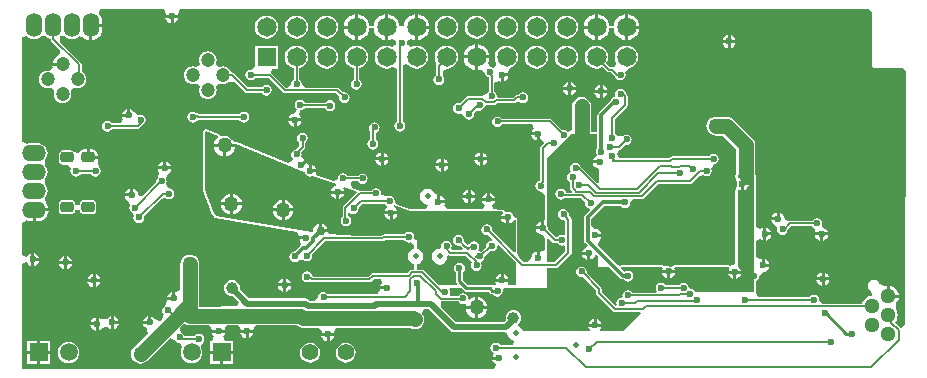
<source format=gbl>
%FSTAX23Y23*%
%MOIN*%
%SFA1B1*%

%IPPOS*%
%AMD150*
4,1,8,-0.012800,-0.017700,0.012800,-0.017700,0.021700,-0.008900,0.021700,0.008900,0.012800,0.017700,-0.012800,0.017700,-0.021700,0.008900,-0.021700,-0.008900,-0.012800,-0.017700,0.0*
1,1,0.017717,-0.012800,-0.008900*
1,1,0.017717,0.012800,-0.008900*
1,1,0.017717,0.012800,0.008900*
1,1,0.017717,-0.012800,0.008900*
%
%ADD12C,0.010000*%
%ADD15C,0.006000*%
%ADD133C,0.008000*%
%ADD135C,0.020000*%
%ADD136C,0.012000*%
%ADD144C,0.047244*%
%ADD145O,0.051181X0.051181*%
%ADD146C,0.019488*%
%ADD147C,0.055118*%
%ADD148R,0.059055X0.059055*%
%ADD149C,0.059055*%
G04~CAMADD=150~8~0.0~0.0~433.1~354.3~88.6~0.0~15~0.0~0.0~0.0~0.0~0~0.0~0.0~0.0~0.0~0~0.0~0.0~0.0~180.0~434.0~355.0*
%ADD150D150*%
%ADD151R,0.064960X0.064960*%
%ADD152C,0.064960*%
%ADD153O,0.055118X0.078740*%
%ADD154O,0.078740X0.055118*%
%ADD155C,0.023622*%
%ADD156C,0.030000*%
%ADD157C,0.050000*%
%ADD158C,0.039370*%
%ADD159C,0.050000*%
%LNdev_board_layout-1*%
%LPD*%
G36*
X02843Y012D02*
Y01021D01*
X02845Y01016*
X02849Y01014*
X02944*
X02955Y01004*
X02954Y00155*
X0294Y00145*
X02939Y00145*
X02938Y00147*
X0292Y00166*
X0292Y00167*
X02925Y00174*
X02928Y00181*
X02929Y0019*
X02928Y00198*
X02925Y00205*
X02922Y00209*
X02922Y00209*
X02922Y00224*
X02922Y00227*
X02928Y00235*
X02932Y00243*
X02932Y00247*
X02897*
Y00252*
X02892*
Y00288*
X02888Y00287*
X02885Y00286*
X02882Y00286*
X02871Y00292*
X02869Y00294*
X02868Y00296*
X02864Y00302*
X02858Y00307*
X0285Y00308*
X02842Y00307*
X02836Y00302*
X02831Y00296*
X0283Y00288*
X02831Y0028*
X02836Y00274*
X0284Y00271*
X02843Y00259*
X02844Y00258*
X02841Y00253*
X02834Y00252*
X02826Y00249*
X02819Y00244*
X02814Y00237*
X02811Y00229*
X02811Y00228*
X0268*
X02668Y0024*
X02666Y00246*
X02662Y00252*
X02656Y00256*
X0265Y00258*
X02643Y00256*
X02637Y00252*
X02634Y00249*
X02462*
X02456Y00264*
X02456Y00265*
Y0027*
Y00303*
X02456Y00303*
X02462Y00307*
X02466Y00313*
X02468Y0032*
X02468Y0032*
X02479Y00332*
X02479Y00332*
X0248Y00332*
X02488Y00334*
X02495Y00339*
X025Y00346*
X02501Y0035*
X0248*
Y00355*
X02475*
Y00376*
X02471Y00375*
X02456Y00383*
Y00436*
X02462Y0044*
X02471Y00442*
X02476Y00439*
X0248Y00438*
Y0046*
Y00481*
X02476Y0048*
X02471Y00477*
X02462Y00479*
X02456Y00483*
Y00655*
X02454Y00659*
X02453Y00659*
Y00757*
X02453Y00761*
X02452Y00765*
X02449Y00773*
X02444Y00779*
X02381Y00842*
X02375Y00847*
X02367Y0085*
X02363Y0085*
X02359Y00851*
X02323*
X02315Y0085*
X02307Y00847*
X023Y00842*
X02296Y00835*
X02292Y00828*
X02291Y0082*
X02292Y00812*
X02296Y00804*
X023Y00798*
X02307Y00793*
X02315Y0079*
X02323Y00788*
X02346*
X02391Y00744*
Y00659*
X0239Y00659*
X02388Y00655*
Y00649*
Y00649*
X02388Y00648*
X02388Y00647*
X02388Y00647*
X02389Y00646*
X0239Y00644*
X02394Y00634*
X02393Y00627*
X02394Y0062*
X0239Y0061*
X02389Y00609*
X02388Y00608*
X02388Y00607*
X02388Y00606*
Y00365*
X02387Y00361*
X02371Y00353*
X0237Y00354*
X02368Y00355*
X02367Y00356*
X02366Y00356*
X02365Y00356*
X02186*
X02185Y00356*
X02184Y00356*
X02183Y00355*
X02181Y00354*
X02171Y00351*
X02165Y00353*
X02162Y00352*
X02148Y00354*
X02145Y00356*
X02144Y00356*
X02143Y00356*
X02133*
X02008*
X02007Y00356*
X02006*
X02005Y00355*
X02004Y00354*
X01991Y00361*
X01932Y0042*
X01931Y00422*
X01934Y00438*
X01935Y00439*
X0194Y00446*
X01941Y0045*
X0192*
Y0046*
X01941*
X0194Y00463*
X01935Y0047*
X01928Y00475*
X0192Y00477*
X01908Y0049*
Y00511*
X0195Y00552*
X02006*
X02007Y00552*
X02013Y00548*
X0202Y00546*
X02026Y00548*
X02032Y00552*
X02036Y00558*
X02038Y00565*
X0205Y00576*
X02075*
X02079Y00577*
X02082Y00579*
X02129Y00626*
X02235*
X02239Y00627*
X02242Y00629*
X02264Y00651*
X02279Y00657*
X02285Y00653*
X02292Y00652*
X02299Y00653*
X02304Y00657*
X02308Y00663*
X0231Y0067*
X02308Y00677*
X02308Y00677*
X02312Y00686*
X02316Y00692*
X02321Y00693*
X02327Y00697*
X02331Y00703*
X02333Y0071*
X02331Y00716*
X02327Y00722*
X02321Y00726*
X02315Y00728*
X02308Y00726*
X02302Y00722*
X02299Y00719*
X02176*
X02173Y00718*
X0217Y00716*
X02168Y00714*
X02*
X01992Y00726*
X01992Y00727*
X02Y0074*
X02003Y00741*
X02006Y00743*
X0202Y00757*
X02025Y00756*
X02031Y00758*
X02037Y00762*
X02041Y00768*
X02043Y00775*
X02041Y00781*
X02037Y00787*
X02031Y00791*
X02025Y00793*
X02018Y00791*
X02012Y00787*
X0201Y00785*
X01998Y00786*
X01995Y00786*
X01995Y00787*
X01991Y00792*
X01987Y00794*
Y00844*
X02026Y00883*
X02028Y00886*
X02029Y0089*
Y0092*
X02028Y00923*
X02026Y00926*
X02023Y00929*
X02023Y00929*
X02022Y00933*
X02018Y00939*
X02012Y00943*
X02005Y00944*
X01998Y00943*
X01992Y00939*
X01988Y00933*
X01987Y00926*
X01988Y00919*
X01984Y00917*
X01983Y00916*
X01977Y00912*
X01973Y00906*
X01972Y00904*
X01971Y00903*
X01932Y00864*
X01929Y0086*
X01928Y00855*
Y008*
X01906*
Y00885*
X01905Y00893*
X01902Y009*
X01897Y00907*
X0189Y00912*
X01883Y00915*
X01875Y00916*
X01866Y00915*
X01859Y00912*
X01852Y00907*
X01847Y009*
X01844Y00893*
X01843Y00885*
Y00806*
X0183Y00801*
X01827Y00802*
X01821Y00806*
X01815Y00808*
X0181Y00807*
X01776Y00841*
X01773Y00843*
X0177Y00844*
X0161*
X01607Y00847*
X01601Y00851*
X01595Y00853*
X01588Y00851*
X01582Y00847*
X01578Y00841*
X01576Y00835*
X01578Y00828*
X01582Y00822*
X01588Y00818*
X01595Y00816*
X01601Y00818*
X01607Y00822*
X0161Y00825*
X0171*
X01715Y0081*
X01714Y0081*
X01709Y00802*
X01708Y00799*
X0173*
Y00794*
X01735*
Y00773*
X01738Y00773*
X01741Y00775*
X01751Y00764*
X01738Y00751*
X01736Y00748*
X01735Y00745*
Y00637*
X01733Y00636*
X01727Y00632*
X01723Y00626*
X01721Y0062*
X01723Y00613*
X01727Y00607*
X01733Y00603*
X0174Y00601*
X01753Y00591*
X01753Y0059*
Y00509*
X0175Y00506*
Y0048*
X01745*
Y00475*
X01723*
X01724Y00471*
X01729Y00464*
X01736Y00459*
X01744Y00457*
X01745Y00456*
X01753Y00444*
Y00443*
Y00408*
X01738Y004*
X01735Y004*
Y00379*
X01725*
Y004*
X01721Y004*
X01714Y00395*
X01709Y00387*
X01707Y00379*
X01694Y00367*
X01681*
X01666Y00383*
X01659Y00396*
X0166Y00397*
X01661Y00398*
Y00399*
X01661Y004*
Y00507*
X0166Y00509*
X0166Y00511*
X01659Y00511*
X01659Y00512*
X01657Y00513*
X01655Y00514*
X0165Y00515*
X01646Y00523*
X01642Y00529*
X01636Y00533*
X01632Y00533*
X01629Y00534*
X01622Y00533*
X01615Y00539*
X01613Y0054*
X01612Y00541*
X01611Y00541*
X0161Y00541*
X01609Y00541*
X01581Y00542*
X01577Y00557*
X0158Y00559*
X01585Y00566*
X01586Y0057*
X01543*
X01544Y00566*
X01549Y00559*
X01552Y00557*
X01547Y00542*
X01425Y00543*
X01418Y00558*
X01419Y00559*
X0142Y00563*
X01398*
Y00568*
X01393*
Y00592*
X01386Y00594*
X01381Y00603*
X01372Y00609*
X01362Y00611*
X01352Y00609*
X01344Y00603*
X01338Y00594*
X01336Y00585*
X01338Y00575*
X01344Y00566*
X01352Y0056*
X01362Y00558*
X01363Y00558*
X01355Y00543*
X01303Y00544*
X01264Y00558*
X01253Y00562*
X01253Y0057*
X01251Y00576*
X01247Y00582*
X01241Y00586*
X01235Y00588*
X01228Y00586*
X01211Y0059*
X01209Y00591*
X01207Y00594*
X01208Y00595*
X01206Y00601*
X01202Y00607*
X01196Y00611*
X0119Y00613*
X01183Y00611*
X01177Y00607*
X01174Y00604*
X01135*
X01129Y00605*
X01128Y00606*
X01127Y00607*
X01126Y00607*
X01126Y00608*
X0111Y00614*
X01106Y00631*
X0111Y00635*
X01129*
X01132Y00632*
X01138Y00628*
X01145Y00626*
X01151Y00628*
X01157Y00632*
X01161Y00638*
X01163Y00645*
X01161Y00651*
X01157Y00657*
X01151Y00661*
X01145Y00663*
X01138Y00661*
X01132Y00657*
X01129Y00654*
X01095*
X01092Y00657*
X01086Y00661*
X0108Y00663*
X01073Y00661*
X01067Y00657*
X01063Y00651*
X01062Y00647*
X01056Y00641*
X01048Y00636*
X00991Y00657*
X0099Y00661*
X00991Y00665*
X0097*
Y0067*
X00965*
Y00691*
X00962Y0069*
X0096Y00698*
X00955Y00705*
X00952Y00707*
X00941Y00718*
X00943Y00725*
X00941Y00731*
X00941Y00733*
X00951Y00743*
X00953Y00746*
X00954Y0075*
Y00764*
X00957Y00767*
X00961Y00773*
X00963Y0078*
X00961Y00786*
X00957Y00792*
X00951Y00796*
X00945Y00798*
X00938Y00796*
X00932Y00792*
X00928Y00786*
X00926Y0078*
X00928Y00773*
X00932Y00767*
X00932Y00754*
X00925Y00743*
X00918Y00741*
X00912Y00737*
X00908Y00731*
X00906Y00725*
X00908Y00718*
X00912Y00712*
X00912Y00711*
X00911Y00704*
X00896Y00696*
X00726Y00767*
X00725Y00767*
X00724Y00767*
X00723Y00767*
X00721Y00767*
X00709Y00774*
X00707Y00777*
X007Y00782*
X00693Y00785*
X00685Y00786*
X00684Y00786*
X00678Y00786*
X00668Y00789*
X00667Y0079*
X00666Y00792*
X00665Y00792*
X00664Y00793*
X00629Y00808*
X00626Y00809*
X00626Y00809*
X00625Y00809*
X00625Y00809*
X00623Y00809*
X00621Y00809*
X00621Y00808*
X0062Y00808*
X00616Y00805*
X00616Y00805*
X00615Y00805*
X00614Y00803*
X00613Y00801*
X00613Y00801*
X00613Y008*
Y00797*
Y00605*
X00613Y00603*
X00613Y00602*
X00639Y00532*
X00639Y00532*
X00639Y00531*
X00649Y00516*
X00649Y00516*
X00649Y00516*
X00651Y00514*
X00653Y00513*
X00653Y00513*
X00653Y00513*
X00925Y00468*
X00927Y00465*
X00933Y00453*
X00956*
Y00443*
X00935*
X00936Y00439*
X00937Y00437*
X00937Y00436*
X00939Y00427*
X00935Y00418*
X0092Y00403*
X0092Y00403*
X00913Y00401*
X00907Y00397*
X00903Y00391*
X00901Y00385*
X00903Y00378*
X00907Y00372*
X00913Y00368*
X0092Y00366*
X00926Y00368*
X00932Y00372*
X00945Y00374*
X00949Y00372*
X00952Y0037*
X00959Y00369*
X00966Y0037*
X00972Y00374*
X00976Y0038*
X00977Y00387*
X00976Y00392*
X0102Y00435*
X01211*
X01214Y00436*
X01217Y00438*
X01219Y0044*
X01284*
X01287Y00437*
X01293Y00433*
X013Y00431*
X01303Y00432*
X01314Y00426*
X01316Y00424*
X01315Y00409*
X01312Y00409*
X01304Y00403*
X01298Y00394*
X01296Y00385*
X01298Y00375*
X01304Y00366*
X01312Y0036*
X01318Y00359*
X01318Y00359*
Y00341*
X01311*
X01307Y00341*
X01304Y00339*
X01295Y0033*
X0118*
X01176Y00329*
X01173Y00327*
X01164Y00318*
X0098*
X00979Y00319*
X00978Y00324*
X00974Y0033*
X00968Y00334*
X00961Y00335*
X00954Y00334*
X00948Y0033*
X00944Y00324*
X00943Y00317*
X00944Y0031*
X00948Y00304*
X00954Y003*
X00961Y00299*
X00968Y003*
X0097Y00302*
X00973Y003*
X00976Y003*
X01168*
X01172Y003*
X01175Y00302*
X01184Y00311*
X01206*
X0121Y00296*
X01209Y00295*
X01204Y00288*
X01203Y00285*
X01225*
Y00275*
X01203*
X01203Y00274*
X01198Y00264*
X01194Y00259*
X01029*
X01027Y00261*
X01021Y00265*
X01015Y00267*
X01008Y00265*
X01002Y00261*
X00998Y00255*
X00996Y00249*
X00984Y00237*
X00969*
X00967Y0024*
X00961Y00243*
X00955Y00245*
X00767*
X00735Y00277*
X00735Y0028*
X00735Y00286*
X00732Y00292*
X00728Y00298*
X00722Y00302*
X00716Y00305*
X0071Y00305*
X00703Y00305*
X00697Y00302*
X00691Y00298*
X00687Y00292*
X00684Y00286*
X00684Y0028*
X00684Y00273*
X00687Y00267*
X00691Y00261*
X00697Y00257*
X00703Y00254*
X0071Y00254*
X00712Y00254*
X00733Y00232*
X00728Y00219*
X00674*
X00671Y00218*
X00601*
Y0036*
X006Y00368*
X00597Y00375*
X00592Y00382*
X00585Y00387*
X00578Y0039*
X0057Y00391*
X00561Y0039*
X00554Y00387*
X00547Y00382*
X00542Y00375*
X00539Y00368*
X00538Y0036*
Y00273*
X00523Y00265*
X00523Y00265*
X0052Y00266*
Y00245*
X00515*
Y0024*
X00493*
X00494Y00237*
X00494Y00235*
X00488Y00221*
X00482Y00217*
X00478Y00211*
X00476Y00205*
X00478Y00198*
X00482Y00192*
X00477Y00177*
X00471Y0017*
X00459Y00172*
X00454Y00175*
X00451Y0018*
X00443Y00185*
X0044Y00186*
Y00165*
X00435*
Y0016*
X00414*
X00414Y00156*
X00419Y00149*
X00425Y00145*
X00427Y0014*
X00429Y00128*
X00382Y00082*
X00377Y00075*
X00374Y00068*
X00373Y0006*
X00374Y00051*
X00377Y00044*
X00382Y00037*
X00389Y00032*
X00396Y00029*
X00405Y00028*
X00413Y00029*
X0042Y00032*
X00427Y00037*
X00502Y00113*
X00518Y00108*
X00522Y00102*
X00528Y00098*
X00535Y00096*
X00535Y00097*
X00544Y00083*
X00543Y00082*
X0054Y00074*
X00539Y00065*
X0054Y00055*
X00543Y00047*
X00549Y00039*
X00557Y00033*
X00565Y0003*
X00575Y00029*
X00584Y0003*
X00592Y00033*
X006Y00039*
X00606Y00047*
X00609Y00055*
X0061Y00065*
X00609Y00074*
X00608Y00078*
X00607Y00085*
X00612Y00097*
X00616Y00103*
X00618Y0011*
X00616Y00116*
X00612Y00122*
X00606Y00126*
X006Y00128*
X00593Y00126*
X00587Y00122*
X00584Y00119*
X00552*
X00551Y00121*
X00547Y00127*
X00541Y00131*
X00536Y00147*
X00551Y00162*
X00554Y0016*
X00561Y00157*
X0057Y00156*
X00634*
X0064Y00148*
X00644Y00141*
X00643Y0014*
X00686*
X00685Y00141*
X00687Y00146*
X00694Y00156*
X0073*
X00737Y00146*
X00739Y00141*
X00738Y0014*
X00781*
X0078Y00141*
X00782Y00146*
X00789Y00156*
X00926*
X0093Y00153*
X00938Y0015*
X00946Y00148*
X00946*
X01001*
X01009Y00133*
X01009Y00133*
X01008Y0013*
X01051*
X0105Y00133*
X0105Y00133*
X01058Y00148*
X01303*
X01304Y00147*
X01311Y00144*
X01315Y00144*
X0132Y00143*
X01324Y00144*
X01328Y00144*
X01335Y00147*
X01342Y00152*
X01347Y00159*
X0135Y00166*
X0135Y0017*
X01351Y00175*
X0135Y00179*
X0135Y00183*
X01347Y0019*
X01343Y00194*
X01346Y00203*
X0135Y00209*
X01367*
X01438Y00138*
X01443Y00134*
X0145Y00133*
X01614*
X01626Y0013*
X0163Y0012*
X01636Y00111*
X01645Y00105*
X0165Y00104*
X01648Y00089*
X01604*
X01602Y00092*
X01596Y00096*
X0159Y00098*
X01583Y00096*
X01577Y00092*
X01573Y00086*
X01571Y0008*
X01573Y00073*
X01577Y00067*
X01582Y00062*
X01579Y00053*
X01578Y0005*
X016*
Y0004*
X01578*
X01579Y00036*
X01584Y00029*
X0159Y00025*
X0159Y00023*
X01584Y0001*
X0001*
Y00359*
X00023Y00365*
X00025Y00365*
X00029Y00359*
X00036Y00354*
X0004Y00353*
Y00375*
Y00396*
X00036Y00395*
X00029Y0039*
X00025Y00384*
X00023Y00384*
X0001Y0039*
Y00495*
X00011Y00498*
X00025Y00505*
X00028Y00503*
X00038Y00502*
X00045*
Y0054*
X0005*
Y00545*
X00099*
X00098Y0055*
X00094Y00559*
X0009Y00564*
X00085Y00579*
X00091Y00586*
X00094Y00594*
X00095Y00603*
X00094Y00612*
X00091Y0062*
X00086Y00625*
X00085Y00627*
Y00642*
X00086Y00644*
X00091Y00649*
X00094Y00657*
X00095Y00666*
X00094Y00675*
X00091Y00683*
X00086Y00688*
X00085Y0069*
Y00705*
X00086Y00707*
X00091Y00712*
X00094Y0072*
X00095Y00729*
X00094Y00738*
X00091Y00746*
X00085Y00753*
X00078Y00758*
X0007Y00762*
X00061Y00763*
X00038*
X00029Y00762*
X00025Y0076*
X00014Y00765*
X0001Y00769*
Y01116*
X00025Y01121*
X00026Y01119*
X00033Y01113*
X00041Y0111*
X0005Y01109*
X00059Y0111*
X00067Y01113*
X00072Y01118*
X00074Y01119*
X00089*
X00091Y01118*
X00096Y01113*
X00104Y0111*
X00105Y0111*
Y0111*
X00106Y01106*
X00108Y01103*
X00138Y01073*
X00137Y01064*
X00133Y01056*
X00128Y01054*
X00121Y01048*
X00115Y01041*
X00112Y01033*
X00111Y0103*
X00145*
Y0102*
X00111*
X00112Y01016*
X00112Y01016*
X00105Y01007*
X00101Y01004*
X00095Y01004*
X00087Y01003*
X0008Y01*
X00073Y00996*
X00069Y00989*
X00066Y00982*
X00065Y00975*
X00066Y00967*
X00069Y0096*
X00073Y00953*
X0008Y00949*
X00087Y00946*
X00095Y00945*
X00102Y00946*
X00106Y00947*
X0011Y00945*
X00115Y0094*
X00117Y00936*
X00116Y00932*
X00115Y00925*
X00116Y00917*
X00119Y0091*
X00123Y00903*
X0013Y00899*
X00137Y00896*
X00145Y00895*
X00152Y00896*
X00159Y00899*
X00166Y00903*
X0017Y0091*
X00173Y00917*
X00174Y00925*
X00173Y00932*
X00172Y00936*
X00174Y0094*
X00179Y00945*
X00183Y00947*
X00187Y00946*
X00195Y00945*
X00202Y00946*
X00209Y00949*
X00216Y00953*
X0022Y0096*
X00223Y00967*
X00224Y00975*
X00223Y00982*
X0022Y00989*
X00216Y00996*
X00209Y01*
X00209Y01001*
Y01025*
X00208Y01028*
X00206Y01031*
X00136Y01101*
X00137Y01119*
X00137Y01119*
X00152*
X00154Y01118*
X00159Y01113*
X00167Y0111*
X00176Y01109*
X00185Y0111*
X00193Y01113*
X002Y01119*
X00215Y01114*
X0022Y0111*
X00229Y01106*
X00234Y01105*
Y01155*
X00239*
Y0116*
X00277*
Y01166*
X00276Y01176*
X00272Y01185*
X00266Y01193*
X00265Y01194*
X0027Y01209*
X00482Y01209*
X0049Y01194*
X00489Y01193*
X00488Y0119*
X00531*
X0053Y01193*
X00529Y01194*
X00537Y01209*
X02832Y0121*
X02843Y012*
G37*
G36*
X01928Y00747D02*
X01928Y00747D01*
X01924Y00741*
X01922Y00734*
X01924Y00727*
X01925Y00725*
X01925Y00724*
X01923Y00718*
X01919Y00715*
X01914Y00708*
X01913Y00705*
X01935*
Y00695*
X01913*
X01914Y00691*
X01919Y00684*
X01926Y00679*
X01933Y00678*
X01933Y00631*
X01928Y00629*
X01871Y00686*
X01871Y00686*
X01867Y00692*
X01861Y00696*
X01855Y00698*
X01848Y00696*
X01842Y00692*
X01838Y00686*
X01836Y0068*
X01838Y00673*
X01839Y0067*
X01838Y00666*
X01832Y00662*
X01828Y00656*
X01826Y0065*
X01828Y00643*
X01832Y00637*
X01835Y00634*
Y00615*
X01836Y00612*
X01838Y00609*
X01844Y00603*
X01842Y00598*
X01824*
X01823Y00599*
X01819Y00605*
X01813Y00609*
X01807Y00611*
X018Y00609*
X01794Y00605*
X0179Y00599*
X01788Y00592*
X0179Y00586*
X01794Y0058*
X018Y00576*
X01807Y00574*
X01813Y00576*
X01819Y0058*
X0182Y0058*
X01874*
X01887Y00567*
X01886Y00562*
X01888Y00555*
X01892Y0055*
X01898Y00546*
X01901Y00545*
X01902Y0054*
X01887Y00524*
X01884Y0052*
X01883Y00516*
Y00438*
X01884Y00434*
X01887Y0043*
X01895Y00422*
X01893Y00416*
X0189Y00416*
X01883Y00411*
X01878Y00404*
X01878Y004*
X01899*
Y00395*
X01904*
Y00374*
X01907Y00375*
X01915Y0038*
X01919Y00387*
X0192Y0039*
X01925Y00391*
X0193Y00387*
X0193Y0035*
X01967*
X02004Y00312*
X02008Y0031*
X02013Y00309*
X02015*
X02017Y00307*
X02023Y00303*
X0203Y00301*
X02036Y00303*
X02042Y00307*
X02046Y00313*
X02048Y0032*
X02046Y00326*
X02042Y00332*
X02036Y00336*
X0203Y00338*
X02023Y00336*
X02018Y00333*
X02018*
X02006Y00345*
X02008Y0035*
X02143*
X02145Y00345*
X02144Y00343*
X02143Y0034*
X02186*
X02185Y00343*
X02184Y00345*
X02186Y0035*
X02365*
X02368Y00345*
X02365Y00341*
X02364Y00337*
X02407*
X02406Y00341*
X02401Y00348*
X02395Y00353*
Y00606*
X024Y00609*
X02402Y00607*
X02406Y00606*
Y00627*
Y00649*
X02402Y00648*
X024Y00646*
X02395Y00649*
Y00655*
X0245*
Y0032*
Y00265*
X02253*
X02253Y00266*
X02249Y00272*
X02243Y00276*
X02236Y00277*
X02232Y00282*
X02231Y00286*
X02227Y00292*
X02221Y00296*
X02215Y00298*
X02208Y00296*
X02202Y00292*
X02199Y00289*
X02156*
X02153Y00292*
X02147Y00296*
X0214Y00298*
X02133Y00296*
X02128Y00292*
X02124Y00286*
X02122Y0028*
X02124Y00273*
X02126Y00269*
X02124Y00264*
X02045*
X02042Y00267*
X02036Y00271*
X0203Y00273*
X02023Y00271*
X02017Y00267*
X02013Y00261*
X02011Y00255*
X02012Y00252*
X0201Y00248*
X02003Y00246*
X01997Y00242*
X01993Y00236*
X01991Y0023*
X01993Y00223*
Y00223*
X01992Y00223*
X01988Y00221*
X01942Y00267*
Y00277*
X01941Y0028*
X01939Y00283*
X01892Y0033*
X01893Y00335*
X01891Y00341*
X01887Y00347*
X01881Y00351*
X01875Y00353*
X01868Y00351*
X01862Y00347*
X01858Y00341*
X01856Y00335*
X01858Y00328*
X01862Y00322*
X01868Y00318*
X01875Y00316*
X01879Y00317*
X01923Y00273*
Y00263*
X01924Y0026*
X01926Y00257*
X0198Y00202*
X01983Y002*
X01987Y002*
X02071*
X02073Y00195*
X02012Y00135*
X01937*
X01936Y0014*
X0194Y00146*
X01941Y0015*
X01898*
X01899Y00146*
X01903Y0014*
X01902Y00135*
X0168*
X01679Y00139*
X01673Y00148*
X01664Y00154*
X01663Y00154*
X01662Y00156*
X01662Y00159*
X01666Y00163*
X0167Y00168*
X01673Y00174*
X01673Y00181*
X01673Y00188*
X0167Y00194*
X01666Y00199*
X01661Y00203*
X01654Y00206*
X01648Y00207*
X01641Y00206*
X01635Y00203*
X01629Y00199*
X01625Y00194*
X01623Y00188*
X01622Y00181*
X01623Y00174*
X01624Y00172*
X01618Y00166*
X01456*
X01405Y00218*
Y00233*
X01406Y00235*
X01465*
X01467Y00232*
X01473Y00228*
X0148Y00226*
X01486Y00228*
X01487Y00228*
X01491Y00225*
X0149Y00224*
X0149Y0022*
X0152*
Y00249*
X01515Y00249*
X01507Y00245*
X01502Y00241*
X01498Y00244*
X01498Y00245*
X01496Y00251*
X01492Y00257*
X01486Y00261*
X0148Y00263*
X01473Y00261*
X01467Y00257*
X01464Y00253*
X01438*
X01436Y00257*
X01436Y00258*
X01438Y00265*
X01436Y00271*
X01434Y00275*
X01437Y0028*
X01474*
X01482Y00272*
X01486Y00269*
X0149Y00268*
X01565*
X0157Y00263*
X01574Y0026*
X01578Y0026*
X0158*
X01582Y00257*
X01588Y00253*
X01595Y00251*
X01601Y00253*
X01607Y00257*
X01611Y00263*
X01613Y0027*
X01612Y00275*
X01615Y0028*
X0176*
Y00347*
X0179*
X01794Y00348*
X01798Y0035*
X01839Y00391*
X01841Y00394*
X01842Y00398*
Y00508*
X01841Y00512*
X01839Y00515*
X01832Y00522*
X01833Y00525*
X01831Y00532*
X01827Y00538*
X01821Y00542*
X01815Y00543*
X01808Y00542*
X01802Y00538*
X01798Y00532*
X01796Y00525*
X01798Y00518*
X01802Y00512*
X01808Y00508*
X01815Y00507*
X01818Y00508*
X01821Y00504*
Y00458*
X01817Y00456*
X01816Y00456*
X0181Y00458*
X01803Y00456*
X01797Y00452*
X01795Y0045*
X01789*
X01762Y00476*
X01763Y0048*
X01761Y00486*
X0176Y00489*
Y00711*
X01821Y00773*
X01821Y00773*
X01827Y00777*
X01831Y00783*
X01831Y00783*
X01842Y00794*
X01928*
Y00747*
G37*
G36*
X00662Y00787D02*
X00663Y00782D01*
X0066Y00779*
X00654Y00772*
X0065Y00764*
X0065Y0076*
X00722*
X00723Y00761*
X00932Y00673*
X00933Y00673*
X00933Y00673*
X00952Y00665*
X00953Y00663*
X00957Y00657*
X00963Y00653*
X0097Y00651*
X00976Y00653*
X00979Y00654*
X01058Y00626*
X01057Y0062*
X01053Y0062*
X01046Y00615*
X01041Y00608*
X0104Y00604*
X01083*
X01082Y00608*
X01079Y00613*
X01082Y00617*
X01123Y00602*
X01125Y00597*
X01081Y00554*
X01079Y00551*
X01079Y00547*
Y00517*
X01077Y00516*
X01074Y0051*
X01072Y00503*
X01074Y00496*
X01077Y0049*
X01083Y00486*
X0109Y00485*
X01097Y00486*
X01103Y0049*
X01107Y00496*
X01108Y00503*
X01107Y0051*
X01103Y00516*
X01097Y0052*
X01097Y0052*
Y0053*
X011Y00531*
X01102Y00531*
X01108Y00528*
X01115Y00526*
X01121Y00528*
X01127Y00532*
X01131Y00538*
X01133Y00545*
X01132Y00549*
X01143Y0056*
X01219*
X01222Y00557*
X01227Y00553*
X01227Y0055*
X01227Y00548*
X01224Y00545*
X01219Y00538*
X01218Y00535*
X01261*
X0126Y00538*
X01255Y00545*
X0125Y00549*
X01249Y00554*
X0125Y00555*
X01251Y00556*
X01302Y00537*
X0161Y00535*
X01612Y0053*
X01608Y00524*
X01608Y00521*
X01629*
Y00516*
X01634*
Y00495*
X01637Y00495*
X01645Y005*
X01649Y00507*
X0165Y00508*
X01655Y00507*
Y004*
X0165Y00399*
X01577Y00471*
X01578Y00475*
X01576Y00481*
X01572Y00487*
X01566Y00491*
X0156Y00493*
X01553Y00491*
X01547Y00487*
X01543Y00481*
X01541Y00475*
X01543Y00468*
X01547Y00462*
X01553Y00458*
X0156Y00456*
X01563Y00457*
X01577Y00443*
X01575Y0044*
X01575Y00438*
X01568Y00437*
X01562Y00433*
X01558Y00427*
X01557Y0042*
X01557Y00418*
X01541Y00401*
X01535Y00403*
X01534Y00403*
X01531Y00407*
X01533Y0041*
X01534Y00416*
X01533Y00423*
X01529Y00429*
X01523Y00433*
X01516Y00435*
X01509Y00433*
X01503Y00429*
X01501Y00425*
X01498Y00425*
X01495Y00423*
X01491Y00426*
X01482Y00435*
X01483Y0044*
X01481Y00446*
X01477Y00452*
X01471Y00456*
X01465Y00458*
X01458Y00456*
X01452Y00452*
X01448Y00446*
X01446Y0044*
X01448Y00433*
X01452Y00427*
X01458Y00423*
X01465Y00421*
X01469Y00422*
X01479Y00412*
X01477Y00407*
X01443*
X01441Y00412*
X01441Y00413*
X01443Y0042*
X01441Y00426*
X01437Y00432*
X01431Y00436*
X01425Y00438*
X01418Y00436*
X01412Y00432*
X01408Y00426*
X01406Y0042*
X01407Y00415*
X01404Y0041*
X01402Y00411*
X01392Y00409*
X01384Y00403*
X01378Y00394*
X01376Y00385*
X01378Y00375*
X01384Y00366*
X01392Y0036*
X01402Y00358*
X01412Y0036*
X01421Y00366*
X01426Y00375*
X01428Y00385*
X01428Y00386*
X01433Y00389*
X01433Y00389*
X01437Y00388*
X01488*
X0151Y00366*
X01508Y00361*
X01506Y00355*
X01508Y00348*
X01512Y00342*
X01518Y00338*
X01525Y00336*
X01531Y00338*
X01537Y00342*
X01541Y00348*
X01543Y00355*
X01541Y00361*
X0154Y00364*
X01541Y00368*
X01547Y00372*
X01551Y00378*
X01553Y00385*
X01552Y00387*
X01569Y00403*
X01575Y00402*
X01582Y00403*
X01588Y00407*
X01592Y00413*
X01593Y0042*
X01595Y0042*
X01598Y00422*
X01655Y00365*
Y0029*
X01631*
X01629Y00294*
X0163Y00296*
X01631Y003*
X01588*
X01589Y00296*
X0159Y00294*
X01588Y0029*
X01574*
X01574Y0029*
X0157Y00291*
X01495*
X01479Y00307*
Y00332*
X01481Y00333*
X01485Y00339*
X01486Y00346*
X01485Y00353*
X01481Y00359*
X01475Y00363*
X01468Y00364*
X01461Y00363*
X01455Y00359*
X01451Y00353*
X0145Y00346*
X01451Y00339*
X01455Y00333*
X01457Y00332*
Y00302*
X01457Y00298*
X0146Y00295*
X01459Y00292*
X01458Y0029*
X01399*
X01349Y00339*
X01346Y00341*
X01343Y00341*
X01325*
Y00359*
X01332Y0036*
X01341Y00366*
X01346Y00375*
X01348Y00385*
X01346Y00394*
X01341Y00403*
X01332Y00409*
X01325Y0041*
Y0044*
X0132Y0044*
X01317Y00445*
X01318Y0045*
X01316Y00456*
X01312Y00462*
X01306Y00466*
X013Y00468*
X01293Y00466*
X01287Y00462*
X01284Y00459*
X01216*
X01212Y00458*
X01209Y00456*
X01207Y00454*
X01129*
X01032Y00461*
X01029Y00465*
X01005*
Y0047*
X01*
Y00494*
X00995Y00493*
X00986Y00488*
X00981Y00479*
X00979Y0047*
X00979Y00469*
X00976Y00466*
X00655Y0052*
X00645Y00535*
X0062Y00605*
Y008*
X00624Y00803*
X00662Y00787*
G37*
G36*
X01777Y00432D02*
X01781Y0043D01*
X01785Y00429*
X01795*
X01797Y00427*
X01803Y00423*
X0181Y00421*
X01816Y00423*
X01817Y00423*
X01821Y00421*
Y00402*
X01786Y00367*
X0176*
Y00444*
X01764Y00445*
X01777Y00432*
G37*
%LNdev_board_layout-2*%
%LPC*%
G36*
X00531Y0118D02*
X00515D01*
Y01163*
X00518Y01164*
X00525Y01169*
X0053Y01176*
X00531Y0118*
G37*
G36*
X00505D02*
X00488D01*
X00489Y01176*
X00494Y01169*
X00501Y01164*
X00505Y01163*
Y0118*
G37*
G36*
X0203Y01192D02*
Y01154D01*
X02067*
X02066Y0116*
X02062Y01171*
X02055Y0118*
X02046Y01186*
X02036Y01191*
X0203Y01192*
G37*
G36*
X0192D02*
X01913Y01191D01*
X01903Y01186*
X01894Y0118*
X01887Y01171*
X01883Y0116*
X01882Y01154*
X0192*
Y01192*
G37*
G36*
X0133D02*
Y01154D01*
X01367*
X01366Y0116*
X01362Y01171*
X01355Y0118*
X01346Y01186*
X01336Y01191*
X0133Y01192*
G37*
G36*
X0112D02*
X01113Y01191D01*
X01103Y01186*
X01094Y0118*
X01087Y01171*
X01083Y0116*
X01082Y01154*
X0112*
Y01192*
G37*
G36*
X0202D02*
X02013Y01191D01*
X02003Y01186*
X01994Y0118*
X01987Y01171*
X01983Y0116*
X01982Y01153*
X01967*
X01966Y0116*
X01962Y01171*
X01955Y0118*
X01946Y01186*
X01936Y01191*
X0193Y01192*
Y01149*
Y01107*
X01936Y01108*
X01946Y01112*
X01955Y01119*
X01962Y01128*
X01966Y01138*
X01967Y01146*
X01982*
X01983Y01138*
X01987Y01128*
X01994Y01119*
X02003Y01112*
X02013Y01108*
X0202Y01107*
Y01149*
Y01192*
G37*
G36*
X0132D02*
X01313Y01191D01*
X01303Y01186*
X01294Y0118*
X01287Y01171*
X01283Y0116*
X01282Y01153*
X01267*
X01266Y0116*
X01262Y01171*
X01255Y0118*
X01246Y01186*
X01236Y01191*
X0123Y01192*
Y01149*
Y01107*
X01236Y01108*
X01243Y01111*
X01252Y01105*
X01256Y01101*
X01255Y01092*
X01253Y01091*
X01242Y01084*
X01235Y01087*
X01225Y01088*
X01214Y01087*
X01205Y01083*
X01197Y01077*
X01191Y01069*
X01187Y0106*
X01186Y0105*
X01187Y01039*
X01191Y0103*
X01197Y01022*
X01205Y01016*
X01214Y01012*
X01225Y01011*
X01235Y01012*
X01244Y01016*
X01245Y01017*
X0126Y0101*
Y00835*
X01257Y00832*
X01253Y00826*
X01251Y0082*
X01253Y00813*
X01257Y00807*
X01263Y00803*
X0127Y00801*
X01276Y00803*
X01282Y00807*
X01286Y00813*
X01288Y0082*
X01286Y00826*
X01282Y00832*
X01279Y00835*
Y01022*
X01294Y01026*
X01297Y01022*
X01305Y01016*
X01314Y01012*
X01325Y01011*
X01335Y01012*
X01344Y01016*
X01352Y01022*
X01358Y0103*
X01362Y01039*
X01363Y0105*
X01362Y0106*
X01358Y01069*
X01352Y01077*
X01344Y01083*
X01335Y01087*
X01325Y01088*
X01314Y01087*
X01307Y01084*
X01296Y01091*
X01294Y01092*
X01293Y01101*
X01297Y01105*
X01306Y01111*
X01313Y01108*
X0132Y01107*
Y01149*
Y01192*
G37*
G36*
X0122D02*
X01213Y01191D01*
X01203Y01186*
X01194Y0118*
X01187Y01171*
X01183Y0116*
X01182Y01153*
X01167*
X01166Y0116*
X01162Y01171*
X01155Y0118*
X01146Y01186*
X01136Y01191*
X0113Y01192*
Y01149*
Y01107*
X01136Y01108*
X01146Y01112*
X01155Y01119*
X01162Y01128*
X01166Y01138*
X01167Y01146*
X01182*
X01183Y01138*
X01187Y01128*
X01194Y01119*
X01203Y01112*
X01213Y01108*
X0122Y01107*
Y01149*
Y01192*
G37*
G36*
X01825Y01188D02*
X01814Y01187D01*
X01805Y01183*
X01797Y01177*
X01791Y01169*
X01787Y01159*
X01786Y01149*
X01787Y01139*
X01791Y0113*
X01797Y01122*
X01805Y01116*
X01814Y01112*
X01825Y01111*
X01835Y01112*
X01844Y01116*
X01852Y01122*
X01858Y0113*
X01862Y01139*
X01863Y01149*
X01862Y01159*
X01858Y01169*
X01852Y01177*
X01844Y01183*
X01835Y01187*
X01825Y01188*
G37*
G36*
X01725D02*
X01714Y01187D01*
X01705Y01183*
X01697Y01177*
X01691Y01169*
X01687Y01159*
X01686Y01149*
X01687Y01139*
X01691Y0113*
X01697Y01122*
X01705Y01116*
X01714Y01112*
X01725Y01111*
X01735Y01112*
X01744Y01116*
X01752Y01122*
X01758Y0113*
X01762Y01139*
X01763Y01149*
X01762Y01159*
X01758Y01169*
X01752Y01177*
X01744Y01183*
X01735Y01187*
X01725Y01188*
G37*
G36*
X01625D02*
X01614Y01187D01*
X01605Y01183*
X01597Y01177*
X01591Y01169*
X01587Y01159*
X01586Y01149*
X01587Y01139*
X01591Y0113*
X01597Y01122*
X01605Y01116*
X01614Y01112*
X01625Y01111*
X01635Y01112*
X01644Y01116*
X01652Y01122*
X01658Y0113*
X01662Y01139*
X01663Y01149*
X01662Y01159*
X01658Y01169*
X01652Y01177*
X01644Y01183*
X01635Y01187*
X01625Y01188*
G37*
G36*
X01525D02*
X01514Y01187D01*
X01505Y01183*
X01497Y01177*
X01491Y01169*
X01487Y01159*
X01486Y01149*
X01487Y01139*
X01491Y0113*
X01497Y01122*
X01505Y01116*
X01514Y01112*
X01525Y01111*
X01535Y01112*
X01544Y01116*
X01552Y01122*
X01558Y0113*
X01562Y01139*
X01563Y01149*
X01562Y01159*
X01558Y01169*
X01552Y01177*
X01544Y01183*
X01535Y01187*
X01525Y01188*
G37*
G36*
X01425D02*
X01414Y01187D01*
X01405Y01183*
X01397Y01177*
X01391Y01169*
X01387Y01159*
X01386Y01149*
X01387Y01139*
X01391Y0113*
X01397Y01122*
X01405Y01116*
X01414Y01112*
X01425Y01111*
X01435Y01112*
X01444Y01116*
X01452Y01122*
X01458Y0113*
X01462Y01139*
X01463Y01149*
X01462Y01159*
X01458Y01169*
X01452Y01177*
X01444Y01183*
X01435Y01187*
X01425Y01188*
G37*
G36*
X01025D02*
X01014Y01187D01*
X01005Y01183*
X00997Y01177*
X00991Y01169*
X00987Y01159*
X00986Y01149*
X00987Y01139*
X00991Y0113*
X00997Y01122*
X01005Y01116*
X01014Y01112*
X01025Y01111*
X01035Y01112*
X01044Y01116*
X01052Y01122*
X01058Y0113*
X01062Y01139*
X01063Y01149*
X01062Y01159*
X01058Y01169*
X01052Y01177*
X01044Y01183*
X01035Y01187*
X01025Y01188*
G37*
G36*
X00925D02*
X00914Y01187D01*
X00905Y01183*
X00897Y01177*
X00891Y01169*
X00887Y01159*
X00886Y01149*
X00887Y01139*
X00891Y0113*
X00897Y01122*
X00905Y01116*
X00914Y01112*
X00925Y01111*
X00935Y01112*
X00944Y01116*
X00952Y01122*
X00958Y0113*
X00962Y01139*
X00963Y01149*
X00962Y01159*
X00958Y01169*
X00952Y01177*
X00944Y01183*
X00935Y01187*
X00925Y01188*
G37*
G36*
X00825D02*
X00814Y01187D01*
X00805Y01183*
X00797Y01177*
X00791Y01169*
X00787Y01159*
X00786Y01149*
X00787Y01139*
X00791Y0113*
X00797Y01122*
X00805Y01116*
X00814Y01112*
X00825Y01111*
X00835Y01112*
X00844Y01116*
X00852Y01122*
X00858Y0113*
X00862Y01139*
X00863Y01149*
X00862Y01159*
X00858Y01169*
X00852Y01177*
X00844Y01183*
X00835Y01187*
X00825Y01188*
G37*
G36*
X02067Y01144D02*
X0203D01*
Y01107*
X02036Y01108*
X02046Y01112*
X02055Y01119*
X02062Y01128*
X02066Y01138*
X02067Y01144*
G37*
G36*
X0192D02*
X01882D01*
X01883Y01138*
X01887Y01128*
X01894Y01119*
X01903Y01112*
X01913Y01108*
X0192Y01107*
Y01144*
G37*
G36*
X01367D02*
X0133D01*
Y01107*
X01336Y01108*
X01346Y01112*
X01355Y01119*
X01362Y01128*
X01366Y01138*
X01367Y01144*
G37*
G36*
X0112D02*
X01082D01*
X01083Y01138*
X01087Y01128*
X01094Y01119*
X01103Y01112*
X01113Y01108*
X0112Y01107*
Y01144*
G37*
G36*
X02372Y01123D02*
Y01107D01*
X02388*
X02387Y0111*
X02383Y01118*
X02375Y01123*
X02372Y01123*
G37*
G36*
X02362D02*
X02358Y01123D01*
X02351Y01118*
X02346Y0111*
X02346Y01107*
X02362*
Y01123*
G37*
G36*
X00277Y0115D02*
X00244D01*
Y01105*
X00249Y01106*
X00258Y0111*
X00266Y01116*
X00272Y01124*
X00276Y01133*
X00277Y01143*
Y0115*
G37*
G36*
X02388Y01097D02*
X02372D01*
Y01081*
X02375Y01081*
X02383Y01086*
X02387Y01093*
X02388Y01097*
G37*
G36*
X02362D02*
X02346D01*
X02346Y01093*
X02351Y01086*
X02358Y01081*
X02362Y01081*
Y01097*
G37*
G36*
X0153Y01092D02*
Y01055D01*
X01567*
X01566Y01061*
X01562Y01071*
X01555Y0108*
X01546Y01087*
X01536Y01091*
X0153Y01092*
G37*
G36*
X0152D02*
X01513Y01091D01*
X01503Y01087*
X01494Y0108*
X01487Y01071*
X01483Y01061*
X01482Y01055*
X0152*
Y01092*
G37*
G36*
X0063Y01069D02*
X00622Y01068D01*
X00615Y01065*
X00608Y01061*
X00604Y01054*
X00601Y01047*
X006Y0104*
X00601Y01032*
X00602Y01028*
X006Y01024*
X00595Y01019*
X00591Y01017*
X00587Y01018*
X0058Y01019*
X00572Y01018*
X00565Y01015*
X00558Y01011*
X00554Y01004*
X00551Y00997*
X0055Y0099*
X00551Y00982*
X00554Y00975*
X00558Y00968*
X00565Y00964*
X00572Y00961*
X0058Y0096*
X00587Y00961*
X00591Y00962*
X00595Y0096*
X006Y00955*
X00602Y00951*
X00601Y00947*
X006Y0094*
X00601Y00932*
X00604Y00925*
X00608Y00918*
X00615Y00914*
X00622Y00911*
X0063Y0091*
X00637Y00911*
X00644Y00914*
X00651Y00918*
X00655Y00925*
X00658Y00932*
X00659Y0094*
X00658Y00947*
X00657Y00951*
X00659Y00955*
X00664Y0096*
X00668Y00962*
X00672Y00961*
X0068Y0096*
X00687Y00961*
X00694Y00964*
X00701Y00968*
X00718Y00968*
X00753Y00933*
X00756Y00931*
X0076Y0093*
X00809*
X00812Y00927*
X00818Y00923*
X00825Y00921*
X00831Y00923*
X00837Y00927*
X00841Y00933*
X00843Y0094*
X00841Y00946*
X00837Y00952*
X00831Y00956*
X00825Y00958*
X00818Y00956*
X00812Y00952*
X00809Y00949*
X00763*
X00716Y00996*
X00713Y00998*
X0071Y00999*
X00708*
X00705Y01004*
X00701Y01011*
X00694Y01015*
X00687Y01018*
X0068Y01019*
X00672Y01018*
X00668Y01017*
X00664Y01019*
X00659Y01024*
X00657Y01028*
X00658Y01032*
X00659Y0104*
X00658Y01047*
X00655Y01054*
X00651Y01061*
X00644Y01065*
X00637Y01068*
X0063Y01069*
G37*
G36*
X02025Y01088D02*
X02014Y01087D01*
X02005Y01083*
X01997Y01077*
X01991Y01069*
X01987Y0106*
X01986Y0105*
X01987Y01039*
X01991Y0103*
X01986Y01018*
X01984Y01015*
X01984Y01015*
X01982Y01015*
X0198Y01016*
X01976Y01017*
X0197*
X01958Y01029*
X01958Y0103*
X01962Y01039*
X01963Y0105*
X01962Y0106*
X01958Y01069*
X01952Y01077*
X01944Y01083*
X01935Y01087*
X01925Y01088*
X01914Y01087*
X01905Y01083*
X01897Y01077*
X01891Y01069*
X01887Y0106*
X01886Y0105*
X01887Y01039*
X01891Y0103*
X01897Y01022*
X01905Y01016*
X01914Y01012*
X01925Y01011*
X01935Y01012*
X01944Y01016*
X01945Y01016*
X0196Y01001*
X01963Y00999*
X01966Y00999*
X01972*
X01987Y00984*
X01988Y00983*
X01988Y00983*
X01992Y00977*
X01998Y00973*
X02005Y00972*
X02011Y00973*
X02017Y00977*
X02021Y00983*
X02023Y0099*
X02021Y00996*
X02021Y00998*
X0203Y01011*
X02035Y01012*
X02044Y01016*
X02052Y01022*
X02058Y0103*
X02062Y01039*
X02063Y0105*
X02062Y0106*
X02058Y01069*
X02052Y01077*
X02044Y01083*
X02035Y01087*
X02025Y01088*
G37*
G36*
X01625D02*
X01614Y01087D01*
X01605Y01083*
X01597Y01077*
X01591Y01069*
X01587Y0106*
X01586Y0105*
X01587Y01039*
X01591Y0103*
X0159Y01024*
X01584Y01014*
X01581Y01013*
X01576Y01016*
X01572Y01017*
X01568Y01021*
X01567Y01024*
X01563Y01032*
X01566Y01038*
X01567Y01045*
X0153*
Y01007*
X01536Y01008*
X01538Y01009*
X01551Y01*
X01552Y00998*
X01553Y00993*
X01557Y00987*
X01563Y00983*
X01565Y00982*
Y00935*
X01562Y00932*
X01559Y00928*
X01555Y00925*
X01543Y00919*
X01542*
X01495*
X01492Y00919*
X01489Y00917*
X01469Y00897*
X01465Y00898*
X01458Y00896*
X01452Y00892*
X01448Y00886*
X01446Y0088*
X01448Y00873*
X01452Y00867*
X01458Y00863*
X01465Y00861*
X01467Y00862*
X01474Y00861*
X01483Y00853*
X01487Y00847*
X01493Y00843*
X015Y00841*
X01506Y00843*
X01512Y00847*
X01516Y00853*
X01518Y0086*
X01517Y00863*
X01527Y00873*
X01528Y00873*
X01535Y00871*
X01541Y00873*
X01547Y00877*
X01551Y00883*
X01555Y0089*
X01567Y0089*
X01583*
X01587Y0089*
X0159Y00892*
X01593Y00895*
X0165*
X01653Y00896*
X01667Y00902*
X01673Y00898*
X0168Y00896*
X01686Y00898*
X01692Y00902*
X01696Y00908*
X01698Y00915*
X01696Y00921*
X01692Y00927*
X01686Y00931*
X0168Y00933*
X01673Y00931*
X01667Y00927*
X01664Y00924*
X0166*
X01656Y00923*
X01653Y00921*
X01646Y00914*
X01597*
X01593Y0092*
X01591Y00926*
X01587Y00932*
X01584Y00935*
Y00964*
X01584Y00964*
X01599Y00971*
X01601Y00969*
X01605Y00968*
Y0099*
X0161*
Y00995*
X01631*
X0163Y00996*
X01631Y01*
X01638Y01013*
X01644Y01016*
X01652Y01022*
X01658Y0103*
X01662Y01039*
X01663Y0105*
X01662Y0106*
X01658Y01069*
X01652Y01077*
X01644Y01083*
X01635Y01087*
X01625Y01088*
G37*
G36*
X01825D02*
X01814Y01087D01*
X01805Y01083*
X01797Y01077*
X01791Y01069*
X01787Y0106*
X01786Y0105*
X01787Y01039*
X01791Y0103*
X01797Y01022*
X01805Y01016*
X01814Y01012*
X01825Y01011*
X01835Y01012*
X01844Y01016*
X01852Y01022*
X01858Y0103*
X01862Y01039*
X01863Y0105*
X01862Y0106*
X01858Y01069*
X01852Y01077*
X01844Y01083*
X01835Y01087*
X01825Y01088*
G37*
G36*
X01725D02*
X01714Y01087D01*
X01705Y01083*
X01697Y01077*
X01691Y01069*
X01687Y0106*
X01686Y0105*
X01687Y01039*
X01691Y0103*
X01697Y01022*
X01705Y01016*
X01714Y01012*
X01725Y01011*
X01735Y01012*
X01744Y01016*
X01752Y01022*
X01758Y0103*
X01762Y01039*
X01763Y0105*
X01762Y0106*
X01758Y01069*
X01752Y01077*
X01744Y01083*
X01735Y01087*
X01725Y01088*
G37*
G36*
X01025D02*
X01014Y01087D01*
X01005Y01083*
X00997Y01077*
X00991Y01069*
X00987Y0106*
X00986Y0105*
X00987Y01039*
X00991Y0103*
X00997Y01022*
X01005Y01016*
X01014Y01012*
X01025Y01011*
X01035Y01012*
X01044Y01016*
X01052Y01022*
X01058Y0103*
X01062Y01039*
X01063Y0105*
X01062Y0106*
X01058Y01069*
X01052Y01077*
X01044Y01083*
X01035Y01087*
X01025Y01088*
G37*
G36*
X0152Y01045D02*
X01482D01*
X01483Y01038*
X01487Y01028*
X01494Y01019*
X01503Y01012*
X01513Y01008*
X0152Y01007*
Y01045*
G37*
G36*
X01631Y00985D02*
X01615D01*
Y00968*
X01618Y00969*
X01625Y00974*
X0163Y00981*
X01631Y00985*
G37*
G36*
X01425Y01088D02*
X01414Y01087D01*
X01405Y01083*
X01397Y01077*
X01391Y01069*
X01387Y0106*
X01386Y0105*
X01387Y01039*
X01391Y0103*
X01392Y01028*
X01392Y01028*
X0139Y01025*
X01389Y01021*
Y00989*
X01387Y00987*
X01383Y00981*
X01381Y00975*
X01383Y00968*
X01387Y00962*
X01393Y00958*
X014Y00956*
X01406Y00958*
X01412Y00962*
X01416Y00968*
X01418Y00975*
X01416Y00981*
X01412Y00987*
X01414Y01002*
X01425Y01011*
X01435Y01012*
X01444Y01016*
X01452Y01022*
X01458Y0103*
X01462Y01039*
X01463Y0105*
X01462Y0106*
X01458Y01069*
X01452Y01077*
X01444Y01083*
X01435Y01087*
X01425Y01088*
G37*
G36*
X0184Y00966D02*
Y0095D01*
X01856*
X01855Y00953*
X0185Y0096*
X01843Y00965*
X0184Y00966*
G37*
G36*
X0183D02*
X01826Y00965D01*
X01819Y0096*
X01814Y00953*
X01813Y0095*
X0183*
Y00966*
G37*
G36*
X00925Y01088D02*
X00914Y01087D01*
X00905Y01083*
X00897Y01077*
X00891Y01069*
X00887Y0106*
X00886Y0105*
X00887Y01039*
X00891Y0103*
X00897Y01022*
X00905Y01016*
X00914Y01012*
X00915Y01012*
Y00975*
X00912Y00972*
X00908Y00966*
X00906Y0096*
X00894Y00948*
X00889*
X00841Y00996*
X00841Y00996*
X00843Y01011*
X00863*
Y01088*
X00786*
Y0102*
X00786Y01019*
X00773Y01008*
X00772Y01008*
X00766Y01007*
X0076Y01003*
X00756Y00997*
X00754Y0099*
X00756Y00983*
X0076Y00977*
X00766Y00973*
X00773Y00972*
X0078Y00973*
X00785Y00977*
X00788Y0098*
X00831*
X00879Y00932*
X00882Y0093*
X00885Y0093*
X01057*
X01067Y00919*
X01066Y00915*
X01068Y00908*
X01072Y00902*
X01078Y00898*
X01085Y00896*
X01091Y00898*
X01097Y00902*
X01101Y00908*
X01103Y00915*
X01101Y00921*
X01097Y00927*
X01091Y00931*
X01085Y00933*
X0108Y00932*
X01067Y00945*
X01064Y00947*
X0106Y00948*
X00955*
X00943Y0096*
X00941Y00966*
X00937Y00972*
X00934Y00975*
Y01012*
X00935Y01012*
X00944Y01016*
X00952Y01022*
X00958Y0103*
X00962Y01039*
X00963Y0105*
X00962Y0106*
X00958Y01069*
X00952Y01077*
X00944Y01083*
X00935Y01087*
X00925Y01088*
G37*
G36*
X01125D02*
X01114Y01087D01*
X01105Y01083*
X01097Y01077*
X01091Y01069*
X01087Y0106*
X01086Y0105*
X01087Y01039*
X01091Y0103*
X01097Y01022*
X01105Y01016*
X01114Y01012*
X01115Y01012*
Y00975*
X01112Y00972*
X01108Y00966*
X01106Y0096*
X01108Y00953*
X01112Y00947*
X01118Y00943*
X01125Y00941*
X01131Y00943*
X01137Y00947*
X01141Y00953*
X01143Y0096*
X01141Y00966*
X01137Y00972*
X01134Y00975*
Y01012*
X01135Y01012*
X01144Y01016*
X01152Y01022*
X01158Y0103*
X01162Y01039*
X01163Y0105*
X01162Y0106*
X01158Y01069*
X01152Y01077*
X01144Y01083*
X01135Y01087*
X01125Y01088*
G37*
G36*
X01945Y00956D02*
Y0094D01*
X01961*
X0196Y00943*
X01955Y0095*
X01948Y00955*
X01945Y00956*
G37*
G36*
X01935D02*
X01931Y00955D01*
X01924Y0095*
X01919Y00943*
X01918Y0094*
X01935*
Y00956*
G37*
G36*
X01856Y0094D02*
X0184D01*
Y00923*
X01843Y00924*
X0185Y00929*
X01855Y00936*
X01856Y0094*
G37*
G36*
X0183D02*
X01813D01*
X01814Y00936*
X01819Y00929*
X01826Y00924*
X0183Y00923*
Y0094*
G37*
G36*
X01961Y0093D02*
X01945D01*
Y00913*
X01948Y00914*
X01955Y00919*
X0196Y00926*
X01961Y0093*
G37*
G36*
X01935D02*
X01918D01*
X01919Y00926*
X01924Y00919*
X01931Y00914*
X01935Y00913*
Y0093*
G37*
G36*
X00937Y00908D02*
X0093Y00906D01*
X00924Y00902*
X0092Y00896*
X00919Y0089*
X0092Y00883*
X00924Y00877*
X00925Y00876*
X0092Y00862*
X00911Y0086*
X00904Y00855*
X00899Y00848*
X00898Y00845*
X00941*
X0094Y00848*
X00935Y00855*
X00934Y00856*
X00933Y00857*
X00936Y00869*
X00938Y00872*
X00939Y00872*
X00944Y00873*
X0095Y00877*
X00952Y00879*
X0102*
X01023Y00875*
X01029Y00871*
X01036Y0087*
X01043Y00871*
X01049Y00875*
X01053Y00881*
X01054Y00888*
X01053Y00895*
X01049Y00901*
X01043Y00905*
X01036Y00906*
X01029Y00905*
X01023Y00901*
X01021Y00898*
X00953*
X0095Y00902*
X00944Y00906*
X00937Y00908*
G37*
G36*
X0036Y00876D02*
X00356Y00875D01*
X00349Y0087*
X00344Y00863*
X00343Y0086*
X0036*
Y00876*
G37*
G36*
X0075Y00868D02*
X00743Y00866D01*
X00737Y00862*
X00734Y00859*
X00601*
X00598Y00861*
X00595Y00863*
X00592Y00864*
X00591Y00863*
X00586Y00866*
X0058Y00868*
X00573Y00866*
X00567Y00862*
X00563Y00856*
X00561Y0085*
X00563Y00843*
X00567Y00837*
X00573Y00833*
X0058Y00831*
X00586Y00833*
X00592Y00837*
X00595Y00841*
X00597Y0084*
X00734*
X00737Y00837*
X00743Y00833*
X0075Y00831*
X00756Y00833*
X00762Y00837*
X00766Y00843*
X00768Y0085*
X00766Y00856*
X00762Y00862*
X00756Y00866*
X0075Y00868*
G37*
G36*
X0037Y00876D02*
Y00855D01*
X00365*
Y0085*
X00343*
X00344Y00846*
X00346Y00844*
X00339Y00829*
X00339Y00829*
X0031*
X00307Y00832*
X00301Y00836*
X00295Y00838*
X00288Y00836*
X00282Y00832*
X00278Y00826*
X00276Y0082*
X00278Y00813*
X00282Y00807*
X00288Y00803*
X00295Y00801*
X00301Y00803*
X00307Y00807*
X0031Y0081*
X00395*
X00398Y00811*
X00401Y00813*
X00411Y00823*
X00411Y00823*
X00417Y00827*
X00421Y00833*
X00423Y0084*
X00421Y00846*
X00417Y00852*
X00411Y00856*
X00405Y00858*
X00401Y00857*
X00397Y00856*
X00392Y00859*
X00384Y00865*
X0038Y0087*
X00373Y00875*
X0037Y00876*
G37*
G36*
X00941Y00835D02*
X00925D01*
Y00818*
X00928Y00819*
X00935Y00824*
X0094Y00831*
X00941Y00835*
G37*
G36*
X00915D02*
X00898D01*
X00899Y00831*
X00904Y00824*
X00911Y00819*
X00915Y00818*
Y00835*
G37*
G36*
X01725Y00789D02*
X01708D01*
X01709Y00785*
X01714Y00778*
X01721Y00773*
X01725Y00773*
Y00789*
G37*
G36*
X01185Y00833D02*
X01178Y00831D01*
X01172Y00827*
X01168Y00821*
X01166Y00815*
X01168Y00808*
X0117Y00804*
Y00775*
X01167Y00772*
X01163Y00766*
X01161Y0076*
X01163Y00753*
X01167Y00747*
X01173Y00743*
X0118Y00741*
X01186Y00743*
X01192Y00747*
X01196Y00753*
X01198Y0076*
X01196Y00766*
X01192Y00772*
X01189Y00775*
Y00797*
X01191Y00798*
X01197Y00802*
X01201Y00808*
X01203Y00815*
X01201Y00821*
X01197Y00827*
X01191Y00831*
X01185Y00833*
G37*
G36*
X00225Y00743D02*
X00218D01*
X0021Y00741*
X00204Y00737*
X00201Y00732*
X00195Y00731*
X00185Y00732*
X00183Y00734*
X00178Y00737*
X00172Y00739*
X00147*
X00141Y00737*
X00136Y00734*
X00133Y00729*
X00132Y00723*
Y00706*
X00133Y007*
X00136Y00695*
X00141Y00692*
X00147Y0069*
X00164*
X00173Y00677*
X00173Y00676*
X00171Y0067*
X00173Y00663*
X00177Y00657*
X00183Y00653*
X0019Y00651*
X00196Y00653*
X00202Y00657*
X00205Y0066*
X00239*
X00242Y00657*
X00248Y00653*
X00255Y00651*
X00261Y00653*
X00267Y00657*
X00271Y00663*
X00273Y0067*
X00271Y00676*
X00267Y00682*
X00267Y00682*
X00262Y00697*
X00262Y00702*
X00262Y00706*
Y0071*
X0023*
Y00715*
X00225*
Y00743*
G37*
G36*
X00243D02*
X00235D01*
Y0072*
X00262*
Y00723*
X00261Y00731*
X00257Y00737*
X00251Y00741*
X00243Y00743*
G37*
G36*
X01545Y00731D02*
Y00715D01*
X01561*
X0156Y00718*
X01555Y00725*
X01548Y0073*
X01545Y00731*
G37*
G36*
X01535D02*
X01531Y0073D01*
X01524Y00725*
X01519Y00718*
X01518Y00715*
X01535*
Y00731*
G37*
G36*
X01215D02*
Y00715D01*
X01231*
X0123Y00718*
X01225Y00725*
X01218Y0073*
X01215Y00731*
G37*
G36*
X01205D02*
X01201Y0073D01*
X01194Y00725*
X01189Y00718*
X01188Y00715*
X01205*
Y00731*
G37*
G36*
X01415Y00711D02*
Y00695D01*
X01431*
X0143Y00698*
X01425Y00705*
X01418Y0071*
X01415Y00711*
G37*
G36*
X01405D02*
X01401Y0071D01*
X01394Y00705*
X01389Y00698*
X01388Y00695*
X01405*
Y00711*
G37*
G36*
X01561Y00705D02*
X01545D01*
Y00688*
X01548Y00689*
X01555Y00694*
X0156Y00701*
X01561Y00705*
G37*
G36*
X01535D02*
X01518D01*
X01519Y00701*
X01524Y00694*
X01531Y00689*
X01535Y00688*
Y00705*
G37*
G36*
X01231D02*
X01215D01*
Y00688*
X01218Y00689*
X01225Y00694*
X0123Y00701*
X01231Y00705*
G37*
G36*
X01205D02*
X01188D01*
X01189Y00701*
X01194Y00694*
X01201Y00689*
X01205Y00688*
Y00705*
G37*
G36*
X0049Y00701D02*
Y00685D01*
X00506*
X00505Y00688*
X005Y00695*
X00493Y007*
X0049Y00701*
G37*
G36*
X0048D02*
X00476Y007D01*
X00469Y00695*
X00464Y00688*
X00463Y00685*
X0048*
Y00701*
G37*
G36*
X00975Y00691D02*
Y00675D01*
X00991*
X0099Y00678*
X00985Y00685*
X00978Y0069*
X00975Y00691*
G37*
G36*
X01431Y00685D02*
X01415D01*
Y00668*
X01418Y00669*
X01425Y00674*
X0143Y00681*
X01431Y00685*
G37*
G36*
X01405D02*
X01388D01*
X01389Y00681*
X01394Y00674*
X01401Y00669*
X01405Y00668*
Y00685*
G37*
G36*
X0037Y00611D02*
X00366Y0061D01*
X00359Y00605*
X00354Y00598*
X00353Y00595*
X0037*
Y00611*
G37*
G36*
X01505Y00606D02*
Y0059D01*
X01521*
X0152Y00593*
X01515Y006*
X01508Y00605*
X01505Y00606*
G37*
G36*
X01495D02*
X01491Y00605D01*
X01484Y006*
X01479Y00593*
X01478Y0059*
X01495*
Y00606*
G37*
G36*
X00506Y00675D02*
X00463D01*
X00464Y00671*
X00467Y00666*
X00467Y00659*
X00464Y00649*
X00462Y00647*
X00458Y00641*
X00456Y00635*
X00457Y00631*
X00411Y00585*
X00402Y00588*
X00396Y00591*
X00395Y00598*
X0039Y00605*
X00383Y0061*
X0038Y00611*
Y0059*
X00375*
Y00585*
X00353*
X00354Y00581*
X00359Y00574*
X00364Y00571*
X00369Y00556*
X0037Y00555*
X00369Y00553*
X00368Y00548*
X0037Y00541*
X00374Y00535*
X0038Y00531*
X00383Y00521*
X00381Y00515*
X00383Y00508*
X00387Y00502*
X00393Y00498*
X004Y00496*
X00406Y00498*
X00412Y00502*
X00416Y00508*
X00418Y00515*
X00417Y00519*
X00473Y00575*
X00487Y00581*
X00493Y00577*
X005Y00576*
X00506Y00577*
X00512Y00581*
X00516Y00587*
X00518Y00594*
X00516Y00601*
X00512Y00607*
X00506Y0061*
X005Y00612*
X00497Y00611*
X00496Y00612*
X0049Y00625*
X00491Y00628*
X00493Y00635*
X00491Y00641*
X0049Y00643*
X00492Y00655*
X00493Y00657*
X00495Y0066*
X005Y00664*
X00505Y00671*
X00506Y00675*
G37*
G36*
X0157Y00596D02*
Y0058D01*
X01586*
X01585Y00583*
X0158Y0059*
X01573Y00595*
X0157Y00596*
G37*
G36*
X0156D02*
X01556Y00595D01*
X01549Y0059*
X01544Y00583*
X01543Y0058*
X0156*
Y00596*
G37*
G36*
X01403Y00589D02*
Y00573D01*
X0142*
X01419Y00576*
X01414Y00584*
X01407Y00588*
X01403Y00589*
G37*
G36*
X01521Y0058D02*
X01505D01*
Y00563*
X01508Y00564*
X01515Y00569*
X0152Y00576*
X01521Y0058*
G37*
G36*
X01495D02*
X01478D01*
X01479Y00576*
X01484Y00569*
X01491Y00564*
X01495Y00563*
Y0058*
G37*
G36*
X00172Y00573D02*
X00147D01*
X00141Y00572*
X00136Y00569*
X00133Y00564*
X00132Y00558*
Y0054*
X00133Y00534*
X00136Y0053*
X00141Y00526*
X00147Y00525*
X00172*
X00178Y00526*
X00183Y0053*
X00186Y00534*
X00187Y0054*
X00202*
X00204Y00534*
X00207Y0053*
X00212Y00526*
X00218Y00525*
X00243*
X00249Y00526*
X00254Y0053*
X00257Y00534*
X00258Y0054*
Y00558*
X00257Y00564*
X00254Y00569*
X00249Y00572*
X00243Y00573*
X00218*
X00212Y00572*
X00207Y00569*
X00204Y00564*
X00202Y00558*
X00187*
X00186Y00564*
X00183Y00569*
X00178Y00572*
X00172Y00573*
G37*
G36*
X02525Y00531D02*
X02521Y0053D01*
X02514Y00525*
X02509Y00518*
X02508Y00515*
X02525*
Y00531*
G37*
G36*
X00099Y00535D02*
X00055D01*
Y00502*
X00061*
X00071Y00503*
X0008Y00507*
X00088Y00513*
X00094Y00521*
X00098Y0053*
X00099Y00535*
G37*
G36*
X0174Y00501D02*
X01736Y005D01*
X01729Y00495*
X01724Y00488*
X01723Y00485*
X0174*
Y00501*
G37*
G36*
X02535Y00531D02*
Y0051D01*
X0253*
Y00505*
X02508*
X02509Y00501*
X02514Y00494*
X02517Y00492*
X02528Y00481*
X02526Y00475*
X02528Y00468*
X02532Y00462*
X02538Y00458*
X02545Y00456*
X02551Y00458*
X02557Y00462*
X02561Y00468*
X02563Y00475*
X02563Y00475*
X02573Y00485*
X02644*
X02647Y00482*
X02653Y00478*
X02653Y00465*
X02696*
X02695Y00468*
X0269Y00475*
X02687Y00477*
X02676Y00488*
X02678Y00495*
X02676Y00501*
X02672Y00507*
X02666Y00511*
X0266Y00513*
X02653Y00511*
X02647Y00507*
X02644Y00504*
X0257*
X02566Y00503*
X02566Y00503*
X02556Y00507*
X02552Y00511*
X0255Y00518*
X02545Y00525*
X02538Y0053*
X02535Y00531*
G37*
G36*
X0249Y00481D02*
Y00465D01*
X02506*
X02505Y00468*
X025Y00475*
X02493Y0048*
X0249Y00481*
G37*
G36*
X02696Y00455D02*
X0268D01*
Y00438*
X02683Y00439*
X0269Y00444*
X02695Y00451*
X02696Y00455*
G37*
G36*
X0267D02*
X02653D01*
X02654Y00451*
X02659Y00444*
X02666Y00439*
X0267Y00438*
Y00455*
G37*
G36*
X02506D02*
X0249D01*
Y00438*
X02493Y00439*
X025Y00444*
X02505Y00451*
X02506Y00455*
G37*
G36*
X0005Y00396D02*
Y0038D01*
X00066*
X00065Y00383*
X0006Y0039*
X00053Y00395*
X0005Y00396*
G37*
G36*
X0016Y00386D02*
Y0037D01*
X00176*
X00175Y00373*
X0017Y0038*
X00163Y00385*
X0016Y00386*
G37*
G36*
X0015D02*
X00146Y00385D01*
X00139Y0038*
X00134Y00373*
X00133Y0037*
X0015*
Y00386*
G37*
G36*
X02485Y00376D02*
Y0036D01*
X02501*
X025Y00363*
X02495Y0037*
X02488Y00375*
X02485Y00376*
G37*
G36*
X00066Y0037D02*
X0005D01*
Y00353*
X00053Y00354*
X0006Y00359*
X00065Y00366*
X00066Y0037*
G37*
G36*
X00176Y0036D02*
X0016D01*
Y00343*
X00163Y00344*
X0017Y00349*
X00175Y00356*
X00176Y0036*
G37*
G36*
X0015D02*
X00133D01*
X00134Y00356*
X00139Y00349*
X00146Y00344*
X0015Y00343*
Y0036*
G37*
G36*
X02685Y00331D02*
Y00315D01*
X02701*
X027Y00318*
X02695Y00325*
X02688Y0033*
X02685Y00331*
G37*
G36*
X02675D02*
X02671Y0033D01*
X02664Y00325*
X02659Y00318*
X02658Y00315*
X02675*
Y00331*
G37*
G36*
X00255Y00326D02*
Y0031D01*
X00271*
X0027Y00313*
X00265Y0032*
X00258Y00325*
X00255Y00326*
G37*
G36*
X00245D02*
X00241Y00325D01*
X00234Y0032*
X00229Y00313*
X00228Y0031*
X00245*
Y00326*
G37*
G36*
X0089Y00311D02*
Y00295D01*
X00906*
X00905Y00298*
X009Y00305*
X00893Y0031*
X0089Y00311*
G37*
G36*
X0088D02*
X00876Y0031D01*
X00869Y00305*
X00864Y00298*
X00863Y00295*
X0088*
Y00311*
G37*
G36*
X02701Y00305D02*
X02685D01*
Y00288*
X02688Y00289*
X02695Y00294*
X027Y00301*
X02701Y00305*
G37*
G36*
X02675D02*
X02658D01*
X02659Y00301*
X02664Y00294*
X02671Y00289*
X02675Y00288*
Y00305*
G37*
G36*
X00271Y003D02*
X00255D01*
Y00283*
X00258Y00284*
X00265Y00289*
X0027Y00296*
X00271Y003*
G37*
G36*
X00245D02*
X00228D01*
X00229Y00296*
X00234Y00289*
X00241Y00284*
X00245Y00283*
Y003*
G37*
G36*
X00906Y00285D02*
X0089D01*
Y00268*
X00893Y00269*
X009Y00274*
X00905Y00281*
X00906Y00285*
G37*
G36*
X0088D02*
X00863D01*
X00864Y00281*
X00869Y00274*
X00876Y00269*
X0088Y00268*
Y00285*
G37*
G36*
X02902Y00288D02*
Y00257D01*
X02932*
X02932Y00262*
X02928Y0027*
X02922Y00278*
X02915Y00284*
X02906Y00287*
X02902Y00288*
G37*
G36*
X0051Y00266D02*
X00506Y00265D01*
X00499Y0026*
X00494Y00253*
X00493Y0025*
X0051*
Y00266*
G37*
G36*
X00305Y00186D02*
X00302Y00185D01*
X00295Y0018*
X00292Y00177*
X00279Y00175*
X00275Y00175*
X00268Y0018*
X00265Y00181*
Y0016*
Y00138*
X00268Y00139*
X00275Y00144*
X00278Y00147*
X00291Y00149*
X00295Y00149*
X00302Y00144*
X00305Y00143*
Y00165*
Y00186*
G37*
G36*
X0043D02*
X00426Y00185D01*
X00419Y0018*
X00414Y00173*
X00414Y0017*
X0043*
Y00186*
G37*
G36*
X00315D02*
Y0017D01*
X00332*
X00331Y00173*
X00326Y0018*
X00319Y00185*
X00315Y00186*
G37*
G36*
X00255Y00181D02*
X00251Y0018D01*
X00244Y00175*
X00239Y00168*
X00238Y00165*
X00255*
Y00181*
G37*
G36*
X00332Y0016D02*
X00315D01*
Y00143*
X00319Y00144*
X00326Y00149*
X00331Y00156*
X00332Y0016*
G37*
G36*
X00255Y00155D02*
X00238D01*
X00239Y00151*
X00244Y00144*
X00251Y00139*
X00255Y00138*
Y00155*
G37*
G36*
X00781Y0013D02*
X00765D01*
Y00113*
X00768Y00114*
X00775Y00119*
X0078Y00126*
X00781Y0013*
G37*
G36*
X00755D02*
X00738D01*
X00739Y00126*
X00744Y00119*
X00751Y00114*
X00755Y00113*
Y0013*
G37*
G36*
X01051Y0012D02*
X01035D01*
Y00103*
X01038Y00104*
X01045Y00109*
X0105Y00116*
X01051Y0012*
G37*
G36*
X01025D02*
X01008D01*
X01009Y00116*
X01014Y00109*
X01021Y00104*
X01025Y00103*
Y0012*
G37*
G36*
X00104Y00104D02*
X0007D01*
Y0007*
X00104*
Y00104*
G37*
G36*
X0006D02*
X00025D01*
Y0007*
X0006*
Y00104*
G37*
G36*
X00686Y0013D02*
X00643D01*
X00644Y00126*
X00649Y00119*
X00644Y00104*
X00635*
Y0007*
X00675*
X00714*
Y00104*
X00685*
X0068Y00119*
X00685Y00126*
X00686Y0013*
G37*
G36*
X01089Y00098D02*
X0108Y00097D01*
X01072Y00094*
X01065Y00088*
X01059Y00081*
X01056Y00073*
X01055Y00065*
X01056Y00056*
X01059Y00048*
X01065Y00041*
X01072Y00035*
X0108Y00032*
X01089Y00031*
X01097Y00032*
X01105Y00035*
X01112Y00041*
X01118Y00048*
X01121Y00056*
X01122Y00065*
X01121Y00073*
X01118Y00081*
X01112Y00088*
X01105Y00094*
X01097Y00097*
X01089Y00098*
G37*
G36*
X0097D02*
X00962Y00097D01*
X00954Y00094*
X00947Y00088*
X00941Y00081*
X00938Y00073*
X00937Y00065*
X00938Y00056*
X00941Y00048*
X00947Y00041*
X00954Y00035*
X00962Y00032*
X0097Y00031*
X00979Y00032*
X00987Y00035*
X00994Y00041*
X01Y00048*
X01003Y00056*
X01004Y00065*
X01003Y00073*
X01Y00081*
X00994Y00088*
X00987Y00094*
X00979Y00097*
X0097Y00098*
G37*
G36*
X00165Y001D02*
X00155Y00099D01*
X00147Y00096*
X00139Y0009*
X00133Y00082*
X0013Y00074*
X00129Y00065*
X0013Y00055*
X00133Y00047*
X00139Y00039*
X00147Y00033*
X00155Y0003*
X00165Y00029*
X00174Y0003*
X00182Y00033*
X0019Y00039*
X00196Y00047*
X00199Y00055*
X002Y00065*
X00199Y00074*
X00196Y00082*
X0019Y0009*
X00182Y00096*
X00174Y00099*
X00165Y001*
G37*
G36*
X00714Y0006D02*
X0068D01*
Y00025*
X00714*
Y0006*
G37*
G36*
X0067D02*
X00635D01*
Y00025*
X0067*
Y0006*
G37*
G36*
X00104D02*
X0007D01*
Y00025*
X00104*
Y0006*
G37*
G36*
X0006D02*
X00025D01*
Y00025*
X0006*
Y0006*
G37*
G36*
X02416Y00649D02*
Y00632D01*
X02432*
X02431Y00636*
X02426Y00643*
X02419Y00648*
X02416Y00649*
G37*
G36*
X02432Y00622D02*
X02416D01*
Y00606*
X02419Y00607*
X02426Y00612*
X02431Y00619*
X02432Y00622*
G37*
G36*
X01894Y0039D02*
X01878D01*
X01878Y00387*
X01883Y0038*
X0189Y00375*
X01894Y00374*
Y0039*
G37*
G36*
X02186Y0033D02*
X0217D01*
Y00313*
X02173Y00314*
X0218Y00319*
X02185Y00326*
X02186Y0033*
G37*
G36*
X0216D02*
X02143D01*
X02144Y00326*
X02149Y00319*
X02156Y00314*
X0216Y00313*
Y0033*
G37*
G36*
X02407Y00327D02*
X02391D01*
Y00311*
X02394Y00312*
X02401Y00317*
X02406Y00324*
X02407Y00327*
G37*
G36*
X02381D02*
X02364D01*
X02365Y00324*
X0237Y00317*
X02377Y00312*
X02381Y00311*
Y00327*
G37*
G36*
X0153Y00249D02*
Y0022D01*
X01559*
X01559Y00224*
X01555Y00232*
X01549Y00239*
X01542Y00245*
X01534Y00249*
X0153Y00249*
G37*
G36*
X01559Y0021D02*
X0153D01*
Y0018*
X01534Y0018*
X01542Y00184*
X01549Y0019*
X01555Y00197*
X01559Y00205*
X01559Y0021*
G37*
G36*
X0152D02*
X0149D01*
X0149Y00205*
X01494Y00197*
X015Y0019*
X01507Y00184*
X01515Y0018*
X0152Y0018*
Y0021*
G37*
G36*
X01925Y00176D02*
Y0016D01*
X01941*
X0194Y00163*
X01935Y0017*
X01928Y00175*
X01925Y00176*
G37*
G36*
X01915D02*
X01911Y00175D01*
X01904Y0017*
X01899Y00163*
X01898Y0016*
X01915*
Y00176*
G37*
G36*
X00719Y0075D02*
X0069D01*
Y0072*
X00694Y0072*
X00702Y00724*
X00709Y0073*
X00715Y00737*
X00719Y00745*
X00719Y0075*
G37*
G36*
X0068D02*
X0065D01*
X0065Y00745*
X00654Y00737*
X0066Y0073*
X00667Y00724*
X00675Y0072*
X0068Y0072*
Y0075*
G37*
G36*
X01083Y00594D02*
X01067D01*
Y00578*
X0107Y00579*
X01077Y00583*
X01082Y00591*
X01083Y00594*
G37*
G36*
X01057D02*
X0104D01*
X01041Y00591*
X01046Y00583*
X01053Y00579*
X01057Y00578*
Y00594*
G37*
G36*
X00713Y00594D02*
Y00565D01*
X00743*
X00742Y00569*
X00739Y00577*
X00733Y00584*
X00726Y0059*
X00717Y00594*
X00713Y00594*
G37*
G36*
X00703D02*
X00699Y00594D01*
X00691Y0059*
X00683Y00584*
X00678Y00577*
X00674Y00569*
X00674Y00565*
X00703*
Y00594*
G37*
G36*
X00885Y00574D02*
Y00545D01*
X00914*
X00914Y00549*
X0091Y00557*
X00904Y00564*
X00897Y0057*
X00889Y00574*
X00885Y00574*
G37*
G36*
X00875D02*
X0087Y00574D01*
X00862Y0057*
X00855Y00564*
X00849Y00557*
X00845Y00549*
X00845Y00545*
X00875*
Y00574*
G37*
G36*
X00743Y00555D02*
X00713D01*
Y00525*
X00717Y00525*
X00726Y00529*
X00733Y00535*
X00739Y00542*
X00742Y0055*
X00743Y00555*
G37*
G36*
X00703D02*
X00674D01*
X00674Y0055*
X00678Y00542*
X00683Y00535*
X00691Y00529*
X00699Y00525*
X00703Y00525*
Y00555*
G37*
G36*
X01261Y00525D02*
X01245D01*
Y00508*
X01248Y00509*
X01255Y00514*
X0126Y00521*
X01261Y00525*
G37*
G36*
X01235D02*
X01218D01*
X01219Y00521*
X01224Y00514*
X01231Y00509*
X01235Y00508*
Y00525*
G37*
G36*
X00914Y00535D02*
X00885D01*
Y00505*
X00889Y00505*
X00897Y00509*
X00904Y00515*
X0091Y00522*
X00914Y0053*
X00914Y00535*
G37*
G36*
X00875D02*
X00845D01*
X00845Y0053*
X00849Y00522*
X00855Y00515*
X00862Y00509*
X0087Y00505*
X00875Y00505*
Y00535*
G37*
G36*
X01624Y00511D02*
X01608D01*
X01608Y00507*
X01613Y005*
X0162Y00495*
X01624Y00495*
Y00511*
G37*
G36*
X0101Y00494D02*
Y00475D01*
X01029*
X01028Y00479*
X01023Y00488*
X01014Y00493*
X0101Y00494*
G37*
G36*
X01615Y00326D02*
Y0031D01*
X01631*
X0163Y00313*
X01625Y0032*
X01618Y00325*
X01615Y00326*
G37*
G36*
X01605D02*
X01601Y00325D01*
X01594Y0032*
X01589Y00313*
X01588Y0031*
X01605*
Y00326*
G37*
%LNdev_board_layout-3*%
%LPD*%
G54D12*
X0094Y0069D02*
X00965Y00715D01*
X0149Y0028D02*
X0157D01*
X01468Y00302D02*
X0149Y0028D01*
X01468Y00302D02*
Y00346D01*
X0157Y0028D02*
X01578Y00271D01*
X01593*
X01595Y0027*
X02685Y00195D02*
X0269D01*
X02758Y00126*
X02776*
X02776Y00125*
G54D15*
X02171Y00704D02*
X02176Y0071D01*
X00965Y00715D02*
Y00725D01*
X00495Y00205D02*
X00522Y00177D01*
X0068Y0099D02*
X0071D01*
X0214Y0028D02*
X02215D01*
X02235Y00259D02*
X02236D01*
X02258Y00238D02*
X0226Y0024D01*
X0209Y00219D02*
X0284D01*
X01422Y00412D02*
Y00417D01*
Y00412D02*
X01437Y00398D01*
X01422Y00417D02*
X01425Y0042D01*
X02061Y00238D02*
X02258D01*
X01535Y00385D02*
X01537D01*
X01523D02*
X01535D01*
X01975Y00714D02*
Y0072D01*
Y00714D02*
X01983Y00706D01*
X01981Y00704D02*
X01983Y00706D01*
X01981Y00704D02*
X02171D01*
X01572Y0042D02*
X01575D01*
X01537Y00385D02*
X01572Y0042D01*
X01437Y00398D02*
X01492D01*
X01522Y00384D02*
X01523Y00385D01*
X01525Y00355D02*
Y00365D01*
X01492Y00398D02*
X01525Y00365D01*
X01502Y00416D02*
X01516D01*
X01522Y00385D02*
X01522Y00384D01*
X01495Y0041D02*
X01502Y00416D01*
X01465Y0044D02*
X01488Y00416D01*
X01216Y0045D02*
X013D01*
X01479Y00244D02*
X0148Y00245D01*
X01411Y00265D02*
X0142D01*
X01389Y00261D02*
X01406Y00244D01*
X01389Y00261D02*
Y00269D01*
X01338Y0032D02*
X01389Y00269D01*
X01406Y00244D02*
X01479D01*
X01343Y00332D02*
X01411Y00265D01*
X01311Y00332D02*
X01343D01*
X01316Y0032D02*
X01338D01*
X00479Y00594D02*
X00499D01*
X005Y00594*
X004Y00515D02*
X00479Y00594D01*
X00474Y00635D02*
X00475D01*
X00387Y00548D02*
X00474Y00635D01*
X00386Y00548D02*
X00387D01*
X0159Y00078D02*
X01592Y0008D01*
X00964Y00321D02*
X00976Y00309D01*
X01932Y00263D02*
X01987Y00209D01*
X01932Y00263D02*
Y00277D01*
X01875Y00335D02*
X01932Y00277D01*
X01016Y00445D02*
X01211D01*
X01216Y0045*
X01845Y00615D02*
Y0065D01*
X01867Y00622D02*
X01898D01*
X01858Y00601D02*
X01902D01*
X01878Y00589D02*
X01905Y00562D01*
X0181Y00589D02*
X01878D01*
X01845Y00615D02*
X01858Y00601D01*
X01807Y00592D02*
X0181Y00589D01*
X01902Y00601D02*
X01918Y00585D01*
X01898Y00622D02*
X01923Y00597D01*
X0208Y00209D02*
X0209Y00219D01*
X01987Y00209D02*
X0208D01*
X02053Y0023D02*
X02061Y00238D01*
X0201Y0023D02*
X02053D01*
X0203Y00255D02*
X022D01*
X02205Y0026*
X01925Y001D02*
X02705D01*
X02705Y001*
X019Y00075D02*
X01925Y001D01*
X01592Y0008D02*
X01823D01*
X01889Y00015*
X00835Y0099D02*
X00885Y00939D01*
X0106*
X01085Y00915*
X00925Y0096D02*
Y0105D01*
X00938Y00889D02*
X01034D01*
X00937Y0089D02*
X00938Y00889D01*
X01035Y0089D02*
X01036Y00888D01*
X01994Y0099D02*
X02005D01*
X01976Y01008D02*
X01994Y0099D01*
X02017Y00922D02*
X0202Y0092D01*
X02008Y00922D02*
X02017D01*
X02005Y00926D02*
X02008Y00922D01*
X0202Y0089D02*
Y0092D01*
X01978Y00848D02*
X0202Y0089D01*
X01978Y00779D02*
Y00848D01*
X02176Y0071D02*
X02315D01*
X0177Y00835D02*
X01815Y0079D01*
X01764Y00764D02*
X01783D01*
X01745Y00745D02*
X01764Y00764D01*
X01745Y00632D02*
Y00745D01*
X01743Y0063D02*
X01745Y00632D01*
X01743Y00623D02*
Y0063D01*
X0174Y0062D02*
X01743Y00623D01*
X0118Y0076D02*
Y00811D01*
X01925Y0105D02*
X01966Y01008D01*
X01976*
X01918Y00585D02*
X02075D01*
X01923Y00597D02*
X02065D01*
X01935Y00609D02*
X02059D01*
X01865Y0068D02*
X01935Y00609D01*
X02059D02*
X02135Y00685D01*
X02075Y00585D02*
X02125Y00635D01*
X02065Y00597D02*
X0213Y00663D01*
X01855Y0068D02*
X01865D01*
X0213Y00663D02*
X02203D01*
X02204Y00663*
X02202Y00685D02*
X02234D01*
X022Y00684D02*
X02202Y00685D01*
X02175Y00684D02*
X022D01*
X02174Y00685D02*
X02175Y00684D01*
X02135Y00685D02*
X02174D01*
X00976Y00309D02*
X01168D01*
X01299Y00321D02*
X01311Y00332D01*
X0118Y00321D02*
X01299D01*
X01168Y00309D02*
X0118Y00321D01*
X00961Y00317D02*
X00964Y00321D01*
X01015Y0025D02*
X01285D01*
X01304Y00309D02*
X01316Y0032D01*
X01015Y00249D02*
X01015Y0025D01*
X01285D02*
X01304Y00269D01*
Y00303*
X01304Y00303*
Y00309*
X0054Y0011D02*
X006D01*
X02235Y00635D02*
X0227Y0067D01*
X02125Y00635D02*
X02235D01*
X00959Y00387D02*
X01016Y00445D01*
X01034Y00889D02*
X01035Y0089D01*
X00773Y0099D02*
X00773Y0099D01*
X00835*
X0127Y0109D02*
X01275Y01095D01*
X0127Y0082D02*
Y0109D01*
X0284Y00015D02*
X02932Y00107D01*
X01889Y00015D02*
X0284D01*
X0227Y0067D02*
X02292D01*
X00535Y00115D02*
X0054Y0011D01*
X0197Y0075D02*
X02D01*
X02025Y00775*
X0166Y00915D02*
X0168D01*
X0165Y00905D02*
X0166Y00915D01*
X01589Y00905D02*
X0165D01*
X01583Y00899D02*
X01589Y00905D01*
X01555Y00899D02*
X01583D01*
X01543Y0091D02*
X01555Y00899D01*
X01495Y0091D02*
X01543D01*
X01465Y0088D02*
X01495Y0091D01*
X01535Y0089D02*
X01542D01*
X015Y0086D02*
X01529Y00889D01*
X01543*
X01542Y0089D02*
X01543Y00889D01*
X01575Y0092D02*
Y00987D01*
X01573Y00989D02*
X01575Y00987D01*
X01573Y00989D02*
Y00996D01*
X0157Y01D02*
X01573Y00996D01*
X00597Y0085D02*
X0075D01*
X00592Y00855D02*
X00597Y0085D01*
X0059Y00853D02*
X00592Y00855D01*
X00583Y00853D02*
X0059D01*
X0058Y0085D02*
X00583Y00853D01*
X0076Y0094D02*
X00825D01*
X0071Y0099D02*
X0076Y0094D01*
X01125Y0096D02*
Y0105D01*
X01488Y00416D02*
X01489D01*
X01495Y0041*
X01088Y00547D02*
X01135Y00595D01*
X01088Y00506D02*
Y00547D01*
Y00506D02*
X0109Y00503D01*
X02206Y00259D02*
X02223D01*
X02235Y0026D02*
X02235Y00259D01*
X02224Y0026D02*
X02235D01*
X02223Y00259D02*
X02224Y0026D01*
X02205D02*
X02206Y00259D01*
X0284Y00219D02*
X02842Y00221D01*
X02234Y00685D02*
X02245Y00675D01*
X01135Y00595D02*
X0119D01*
X0114Y0057D02*
X01235D01*
X01115Y00545D02*
X0114Y0057D01*
X0019Y0067D02*
X00255D01*
X00925Y00725D02*
Y0073D01*
X00945Y0075*
Y0078*
X0108Y00645D02*
X01145D01*
X02545Y00475D02*
X02545Y00474D01*
X02549*
X0257Y00495*
X0266*
X02932Y00107D02*
Y00141D01*
X02908Y00164D02*
X02932Y00141D01*
X02908Y00164D02*
Y00166D01*
X02897Y00177D02*
X02908Y00166D01*
X02897Y00177D02*
Y0019D01*
X00405Y0083D02*
Y0084D01*
X00395Y0082D02*
X00405Y0083D01*
X00295Y0082D02*
X00395D01*
X002Y0098D02*
Y01025D01*
X00195Y00975D02*
X002Y0098D01*
X00114Y0111D02*
X002Y01025D01*
X00114Y0111D02*
Y01153D01*
X00113Y01155D02*
X00114Y01153D01*
X01595Y00835D02*
X0177D01*
X0242Y0024D02*
X0265D01*
G54D133*
X01745Y0048D02*
X01785Y0044D01*
X0181*
X0179Y00357D02*
X01831Y00398D01*
Y00508*
X01815Y00525D02*
X01831Y00508D01*
X01815Y00525D02*
Y00525D01*
X014Y00975D02*
Y01021D01*
X01425Y01046*
Y0105*
X0156Y00475D02*
X01677Y00357D01*
X0179*
G54D135*
X00955Y00228D02*
X00963Y00221D01*
X00761Y00228D02*
X00955D01*
X0071Y0028D02*
X00761Y00228D01*
X01329Y00226D02*
X01374D01*
X01191D02*
X01329D01*
X01624Y0015D02*
X0164Y00165D01*
X0145Y0015D02*
X01624D01*
X01374Y00226D02*
X0145Y0015D01*
X01186Y00221D02*
X01191Y00226D01*
X00963Y00221D02*
X01186D01*
G54D136*
X01329Y00226D02*
Y00295D01*
X0194Y00734D02*
Y00855D01*
X01896Y00438D02*
X02013Y00321D01*
X02028*
X0203Y0032*
X0098Y00445D02*
X01005Y0047D01*
X0098Y00436D02*
Y00445D01*
X00958Y00413D02*
X0098Y00436D01*
X00948Y00413D02*
X00958D01*
X0092Y00385D02*
X00948Y00413D01*
X0194Y00855D02*
X0198Y00895D01*
X01985*
X0199Y009*
X01896Y00516D02*
X01945Y00565D01*
X01896Y00438D02*
Y00516D01*
X01945Y00565D02*
X0202D01*
G54D144*
X00095Y00975D03*
X00145Y00925D03*
X00195Y00975D03*
X00145Y01025D03*
X0058Y0099D03*
X0063Y0094D03*
X0068Y0099D03*
X0063Y0104D03*
G54D145*
X02842Y00221D03*
X02897Y00252D03*
Y0019D03*
Y00127D03*
X02842Y00158D03*
G54D146*
X01655Y0013D03*
Y0005D03*
X01855Y0009D03*
X01322Y00385D03*
X01402D03*
X01362Y00585D03*
G54D147*
X01089Y00065D03*
X0097D03*
G54D148*
X00675Y00065D03*
X00065D03*
G54D149*
X00575Y00065D03*
X00165D03*
G54D150*
X0023Y00715D03*
Y00549D03*
X0016Y00715D03*
Y00549D03*
G54D151*
X00825Y0105D03*
G54D152*
X00825Y01149D03*
X00925Y0105D03*
Y01149D03*
X01025Y0105D03*
Y01149D03*
X01125Y0105D03*
Y01149D03*
X01225Y0105D03*
Y01149D03*
X01325Y0105D03*
Y01149D03*
X01425Y0105D03*
Y01149D03*
X01525Y0105D03*
Y01149D03*
X01625Y0105D03*
Y01149D03*
X01725Y0105D03*
Y01149D03*
X01825Y0105D03*
Y01149D03*
X01925Y0105D03*
Y01149D03*
X02025Y0105D03*
Y01149D03*
G54D153*
X00239Y01155D03*
X00176D03*
X00113D03*
X0005D03*
G54D154*
X0005Y00729D03*
Y00666D03*
Y00603D03*
Y0054D03*
G54D155*
X02356Y01159D03*
X02308Y01158D03*
X02271Y01127D03*
X02237Y01092D03*
X02202Y01058D03*
X02168Y01024D03*
X02135Y00988D03*
X02132Y0094D03*
Y00892D03*
Y00843D03*
Y00795D03*
Y00746D03*
X02189Y00757D03*
Y00805D03*
Y00854D03*
Y00902D03*
Y00951D03*
X02216Y00991D03*
X02251Y01025D03*
X02285Y01059D03*
X02319Y01094D03*
X02367Y01102D03*
X02441Y01172D03*
X0218Y00535D03*
X0213Y00475D03*
X0218D03*
X0168Y00513D03*
X01855Y0068D03*
X01565Y00575D03*
X01745Y0048D03*
X01815Y00525D03*
X01629Y00516D03*
X0214Y0028D03*
X02215D03*
X02165Y00335D03*
X02236Y00259D03*
X0226Y0024D03*
X00155Y00365D03*
X0076Y00135D03*
X00495Y00205D03*
X00435Y00165D03*
X0248Y00355D03*
X02315Y0074D03*
X01975Y0072D03*
X0194Y00734D03*
X01935Y007D03*
X01575Y0042D03*
X01535Y00385D03*
X01516Y00416D03*
X01525Y00355D03*
X01465Y0044D03*
X01468Y00346D03*
X01398Y00568D03*
X013Y0045D03*
X01595Y0027D03*
X0148Y00245D03*
X0142Y00265D03*
X01325Y00295D03*
X005Y00594D03*
X004Y00515D03*
X00655Y0062D03*
X02005Y0099D03*
X00375Y0059D03*
X00386Y00548D03*
X0172Y00745D03*
X01845Y0065D03*
X01867Y00622D03*
X01807Y00592D03*
X02246Y0083D03*
X026Y00712D03*
X02423Y00949D03*
X02128Y01067D03*
X02896Y0083D03*
X02541Y01067D03*
X02718Y00712D03*
X02689Y01008D03*
X026Y0083D03*
Y01067D03*
X02866Y0089D03*
X02335Y01008D03*
X02541Y00949D03*
X02777Y00594D03*
X02807Y00653D03*
X02777Y00712D03*
X02364Y00949D03*
X02571Y00771D03*
X02423Y0083D03*
X02659D03*
X02896Y00594D03*
X02718Y0083D03*
X02748Y00771D03*
X02896Y00712D03*
X02689Y00653D03*
X02925Y0089D03*
X02896Y00949D03*
X02748Y0089D03*
X02512Y01008D03*
X02335Y0089D03*
X02541Y0083D03*
X02246Y00949D03*
X02925Y00653D03*
X02453Y0089D03*
X02659Y00712D03*
X02216Y01126D03*
X02748Y00653D03*
X02836Y00594D03*
X02098Y00771D03*
X02305Y00949D03*
X02925Y00771D03*
X02069Y0083D03*
X0263Y0089D03*
X02777Y00949D03*
X02275Y0089D03*
X02807D03*
X02866Y00653D03*
X02718Y00594D03*
X026Y00949D03*
X02571Y0089D03*
X0263Y01008D03*
X02689Y0089D03*
X02807Y00771D03*
X02098Y0089D03*
Y01126D03*
X02453Y01008D03*
X02777Y01067D03*
X0263Y00771D03*
X02364Y01067D03*
X02482Y0083D03*
X02512Y0089D03*
X02777Y0083D03*
X02394Y01008D03*
X02718Y00949D03*
X02836Y0083D03*
Y00949D03*
X02394Y0089D03*
X02807Y01008D03*
X02659Y00949D03*
X02689Y00771D03*
X02275Y01008D03*
X02098D03*
X02069Y00949D03*
X02571Y01008D03*
X02836Y00712D03*
X02157Y01126D03*
X02482Y00949D03*
X02748Y01008D03*
X02866Y00771D03*
X0203Y0032D03*
X0201Y0023D03*
X0203Y00255D03*
X01875Y00335D03*
X01899Y00395D03*
X00956Y00448D03*
X0092Y00385D03*
X0194Y00935D03*
X02705Y001D03*
X02685Y00195D03*
X0245Y0032D03*
X0248Y00262D03*
X02776Y00125D03*
X016Y00045D03*
X01465Y0006D03*
X01365Y0019D03*
X0094Y0069D03*
X0181Y0044D03*
X014Y00975D03*
X00925Y0096D03*
X00937Y0089D03*
X01036Y00888D03*
X01085Y00915D03*
X02005Y00926D03*
X01978Y00779D03*
X01815Y0079D03*
X01783Y00764D03*
X0174Y0062D03*
X01835Y00945D03*
X01185Y00815D03*
X0118Y0076D03*
X0192Y00455D03*
X0199Y009D03*
X01905Y00562D03*
X0202Y00565D03*
X0161Y0099D03*
X0051Y01185D03*
X00665Y00135D03*
X015Y00585D03*
X02675Y0046D03*
X0268Y0031D03*
X02204Y00663D03*
X02315Y0071D03*
X0173Y00379D03*
X01615Y0011D03*
X01225Y0028D03*
X0173Y00794D03*
X0154Y0071D03*
X0121D03*
X0103Y00125D03*
X006Y0011D03*
X00515Y00245D03*
X02485Y0046D03*
X0253Y0051D03*
X0031Y00165D03*
X0026Y0016D03*
X0025Y00305D03*
X00045Y00375D03*
X01015Y00249D03*
X00885Y0029D03*
X00485Y0068D03*
X00655Y00415D03*
X0057Y00515D03*
X00365Y00855D03*
X0224Y00535D03*
X023Y00475D03*
Y0042D03*
Y00535D03*
X0218Y0059D03*
X0224D03*
X023D03*
X0213Y00535D03*
Y0059D03*
X0224Y0042D03*
X0213D03*
X0218D03*
X0224Y00475D03*
X0116Y0037D03*
X01116Y00372D03*
X01115Y0033D03*
X0107D03*
Y00375D03*
X0116Y0033D03*
Y00415D03*
X01115D03*
X01067Y00414D03*
X0092Y0084D03*
X0097Y0067D03*
X0141Y0069D03*
X01275Y01095D03*
X0127Y0082D03*
X00959Y00387D03*
X00961Y00317D03*
X01875Y00885D03*
X02411Y00627D03*
X02386Y00332D03*
X0192Y00155D03*
X019Y00075D03*
X02292Y0067D03*
X0161Y00305D03*
X01062Y00599D03*
X0124Y0053D03*
X00535Y00115D03*
X0197Y0075D03*
X02025Y00775D03*
X0168Y00915D03*
X01465Y0088D03*
X01535Y0089D03*
X015Y0086D03*
X01575Y0092D03*
X00773Y0099D03*
X0157Y01D03*
X01595Y00835D03*
X0075Y0085D03*
X0058D03*
X00825Y0094D03*
X01125Y0096D03*
X00475Y00635D03*
X0109Y00503D03*
X01115Y00545D03*
X0156Y00475D03*
X0108Y00645D03*
X02245Y00675D03*
X01235Y0057D03*
X0119Y00595D03*
X01425Y0042D03*
X0159Y0008D03*
X0019Y0067D03*
X00255D03*
X00925Y00725D03*
X00945Y0078D03*
X01145Y00645D03*
X02545Y00475D03*
X0266Y00495D03*
X00405Y0084D03*
X00295Y0082D03*
X0265Y0024D03*
X0242D03*
G54D156*
X01365Y00345D03*
X01005Y0047D03*
G54D157*
X02323Y0082D03*
X0088Y0054D03*
X0132Y00175D03*
X01525Y00215D03*
X0057Y0036D03*
X00685Y00755D03*
X00708Y0056D03*
X00405Y0006D03*
G54D158*
X01648Y00181D03*
X0071Y0028D03*
G54D159*
X00522Y00177D02*
X0056Y00215D01*
X00405Y0006D02*
X00522Y00177D01*
X00938Y00187D02*
X00946Y0018D01*
X00674Y00187D02*
X00938D01*
X00673Y00187D02*
X00674Y00187D01*
X0057Y00187D02*
X00673D01*
X01875Y0078D02*
Y00885D01*
X02359Y0082D02*
X02422Y00757D01*
X02323Y0082D02*
X02359D01*
X01314Y0018D02*
X0132Y00175D01*
X00946Y0018D02*
X01314D01*
X0057Y00205D02*
Y0036D01*
X0056Y00215D02*
X0057Y00205D01*
X02422Y00655D02*
Y00757D01*
M02*
</source>
